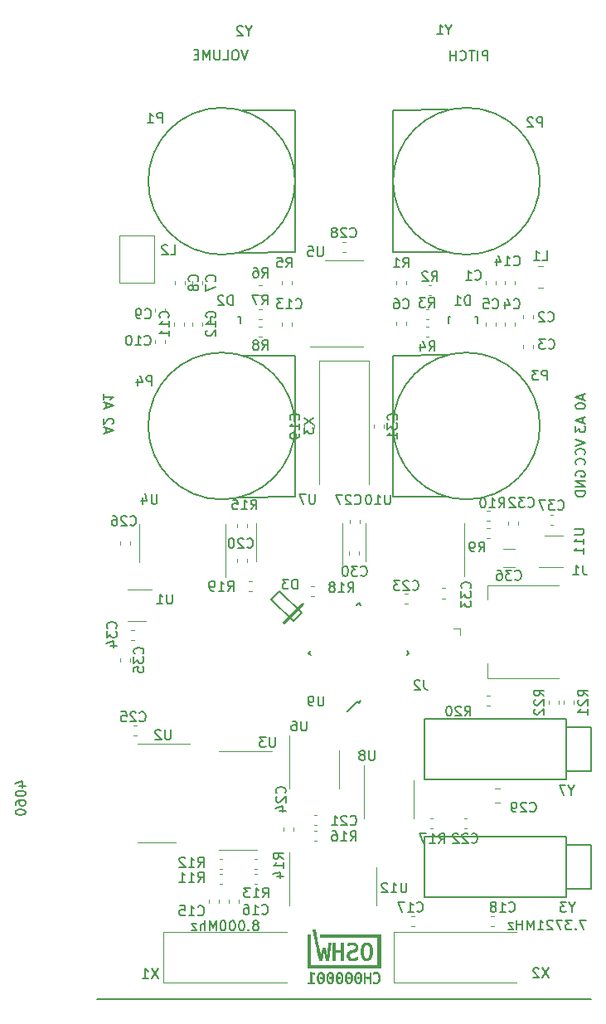
<source format=gbr>
G04 #@! TF.GenerationSoftware,KiCad,Pcbnew,5.1.5+dfsg1-2build2*
G04 #@! TF.CreationDate,2021-03-23T15:32:05+01:00*
G04 #@! TF.ProjectId,OpenThereminV4,4f70656e-5468-4657-9265-6d696e56342e,rev?*
G04 #@! TF.SameCoordinates,Original*
G04 #@! TF.FileFunction,Legend,Bot*
G04 #@! TF.FilePolarity,Positive*
%FSLAX46Y46*%
G04 Gerber Fmt 4.6, Leading zero omitted, Abs format (unit mm)*
G04 Created by KiCad (PCBNEW 5.1.5+dfsg1-2build2) date 2021-03-23 15:32:05*
%MOMM*%
%LPD*%
G04 APERTURE LIST*
%ADD10C,0.200000*%
%ADD11C,0.150000*%
%ADD12C,0.120000*%
%ADD13C,0.050000*%
%ADD14C,0.010000*%
G04 APERTURE END LIST*
D10*
X75703333Y-101400085D02*
X75703333Y-100923895D01*
X75417619Y-101495323D02*
X76417619Y-101161990D01*
X75417619Y-100828657D01*
X76322380Y-100542942D02*
X76370000Y-100495323D01*
X76417619Y-100400085D01*
X76417619Y-100161990D01*
X76370000Y-100066752D01*
X76322380Y-100019133D01*
X76227142Y-99971514D01*
X76131904Y-99971514D01*
X75989047Y-100019133D01*
X75417619Y-100590561D01*
X75417619Y-99971514D01*
X75703333Y-98910885D02*
X75703333Y-98434695D01*
X75417619Y-99006123D02*
X76417619Y-98672790D01*
X75417619Y-98339457D01*
X75417619Y-97482314D02*
X75417619Y-98053742D01*
X75417619Y-97768028D02*
X76417619Y-97768028D01*
X76274761Y-97863266D01*
X76179523Y-97958504D01*
X76131904Y-98053742D01*
X124347466Y-97583914D02*
X124347466Y-98060104D01*
X124633180Y-97488676D02*
X123633180Y-97822009D01*
X124633180Y-98155342D01*
X123633180Y-98679152D02*
X123633180Y-98774390D01*
X123680800Y-98869628D01*
X123728419Y-98917247D01*
X123823657Y-98964866D01*
X124014133Y-99012485D01*
X124252228Y-99012485D01*
X124442704Y-98964866D01*
X124537942Y-98917247D01*
X124585561Y-98869628D01*
X124633180Y-98774390D01*
X124633180Y-98679152D01*
X124585561Y-98583914D01*
X124537942Y-98536295D01*
X124442704Y-98488676D01*
X124252228Y-98441057D01*
X124014133Y-98441057D01*
X123823657Y-98488676D01*
X123728419Y-98536295D01*
X123680800Y-98583914D01*
X123633180Y-98679152D01*
X124347466Y-99946114D02*
X124347466Y-100422304D01*
X124633180Y-99850876D02*
X123633180Y-100184209D01*
X124633180Y-100517542D01*
X123633180Y-100755638D02*
X123633180Y-101374685D01*
X124014133Y-101041352D01*
X124014133Y-101184209D01*
X124061752Y-101279447D01*
X124109371Y-101327066D01*
X124204609Y-101374685D01*
X124442704Y-101374685D01*
X124537942Y-101327066D01*
X124585561Y-101279447D01*
X124633180Y-101184209D01*
X124633180Y-100898495D01*
X124585561Y-100803257D01*
X124537942Y-100755638D01*
X123633180Y-102121066D02*
X124633180Y-102454400D01*
X123633180Y-102787733D01*
X124537942Y-103692495D02*
X124585561Y-103644876D01*
X124633180Y-103502019D01*
X124633180Y-103406780D01*
X124585561Y-103263923D01*
X124490323Y-103168685D01*
X124395085Y-103121066D01*
X124204609Y-103073447D01*
X124061752Y-103073447D01*
X123871276Y-103121066D01*
X123776038Y-103168685D01*
X123680800Y-103263923D01*
X123633180Y-103406780D01*
X123633180Y-103502019D01*
X123680800Y-103644876D01*
X123728419Y-103692495D01*
X124537942Y-104692495D02*
X124585561Y-104644876D01*
X124633180Y-104502019D01*
X124633180Y-104406780D01*
X124585561Y-104263923D01*
X124490323Y-104168685D01*
X124395085Y-104121066D01*
X124204609Y-104073447D01*
X124061752Y-104073447D01*
X123871276Y-104121066D01*
X123776038Y-104168685D01*
X123680800Y-104263923D01*
X123633180Y-104406780D01*
X123633180Y-104502019D01*
X123680800Y-104644876D01*
X123728419Y-104692495D01*
X114668261Y-63431880D02*
X114668261Y-62431880D01*
X114287309Y-62431880D01*
X114192071Y-62479500D01*
X114144452Y-62527119D01*
X114096833Y-62622357D01*
X114096833Y-62765214D01*
X114144452Y-62860452D01*
X114192071Y-62908071D01*
X114287309Y-62955690D01*
X114668261Y-62955690D01*
X113668261Y-63431880D02*
X113668261Y-62431880D01*
X113334928Y-62431880D02*
X112763500Y-62431880D01*
X113049214Y-63431880D02*
X113049214Y-62431880D01*
X111858738Y-63336642D02*
X111906357Y-63384261D01*
X112049214Y-63431880D01*
X112144452Y-63431880D01*
X112287309Y-63384261D01*
X112382547Y-63289023D01*
X112430166Y-63193785D01*
X112477785Y-63003309D01*
X112477785Y-62860452D01*
X112430166Y-62669976D01*
X112382547Y-62574738D01*
X112287309Y-62479500D01*
X112144452Y-62431880D01*
X112049214Y-62431880D01*
X111906357Y-62479500D01*
X111858738Y-62527119D01*
X111430166Y-63431880D02*
X111430166Y-62431880D01*
X111430166Y-62908071D02*
X110858738Y-62908071D01*
X110858738Y-63431880D02*
X110858738Y-62431880D01*
X90173023Y-62368380D02*
X89839690Y-63368380D01*
X89506357Y-62368380D01*
X88982547Y-62368380D02*
X88792071Y-62368380D01*
X88696833Y-62416000D01*
X88601595Y-62511238D01*
X88553976Y-62701714D01*
X88553976Y-63035047D01*
X88601595Y-63225523D01*
X88696833Y-63320761D01*
X88792071Y-63368380D01*
X88982547Y-63368380D01*
X89077785Y-63320761D01*
X89173023Y-63225523D01*
X89220642Y-63035047D01*
X89220642Y-62701714D01*
X89173023Y-62511238D01*
X89077785Y-62416000D01*
X88982547Y-62368380D01*
X87649214Y-63368380D02*
X88125404Y-63368380D01*
X88125404Y-62368380D01*
X87315880Y-62368380D02*
X87315880Y-63177904D01*
X87268261Y-63273142D01*
X87220642Y-63320761D01*
X87125404Y-63368380D01*
X86934928Y-63368380D01*
X86839690Y-63320761D01*
X86792071Y-63273142D01*
X86744452Y-63177904D01*
X86744452Y-62368380D01*
X86268261Y-63368380D02*
X86268261Y-62368380D01*
X85934928Y-63082666D01*
X85601595Y-62368380D01*
X85601595Y-63368380D01*
X85125404Y-62844571D02*
X84792071Y-62844571D01*
X84649214Y-63368380D02*
X85125404Y-63368380D01*
X85125404Y-62368380D01*
X84649214Y-62368380D01*
D11*
X74750000Y-159250000D02*
X125250000Y-159250000D01*
X66791114Y-137522304D02*
X67457780Y-137522304D01*
X66410161Y-137284209D02*
X67124447Y-137046114D01*
X67124447Y-137665161D01*
X66457780Y-138236590D02*
X66457780Y-138331828D01*
X66505400Y-138427066D01*
X66553019Y-138474685D01*
X66648257Y-138522304D01*
X66838733Y-138569923D01*
X67076828Y-138569923D01*
X67267304Y-138522304D01*
X67362542Y-138474685D01*
X67410161Y-138427066D01*
X67457780Y-138331828D01*
X67457780Y-138236590D01*
X67410161Y-138141352D01*
X67362542Y-138093733D01*
X67267304Y-138046114D01*
X67076828Y-137998495D01*
X66838733Y-137998495D01*
X66648257Y-138046114D01*
X66553019Y-138093733D01*
X66505400Y-138141352D01*
X66457780Y-138236590D01*
X66457780Y-139427066D02*
X66457780Y-139236590D01*
X66505400Y-139141352D01*
X66553019Y-139093733D01*
X66695876Y-138998495D01*
X66886352Y-138950876D01*
X67267304Y-138950876D01*
X67362542Y-138998495D01*
X67410161Y-139046114D01*
X67457780Y-139141352D01*
X67457780Y-139331828D01*
X67410161Y-139427066D01*
X67362542Y-139474685D01*
X67267304Y-139522304D01*
X67029209Y-139522304D01*
X66933971Y-139474685D01*
X66886352Y-139427066D01*
X66838733Y-139331828D01*
X66838733Y-139141352D01*
X66886352Y-139046114D01*
X66933971Y-138998495D01*
X67029209Y-138950876D01*
X66457780Y-140141352D02*
X66457780Y-140236590D01*
X66505400Y-140331828D01*
X66553019Y-140379447D01*
X66648257Y-140427066D01*
X66838733Y-140474685D01*
X67076828Y-140474685D01*
X67267304Y-140427066D01*
X67362542Y-140379447D01*
X67410161Y-140331828D01*
X67457780Y-140236590D01*
X67457780Y-140141352D01*
X67410161Y-140046114D01*
X67362542Y-139998495D01*
X67267304Y-139950876D01*
X67076828Y-139903257D01*
X66838733Y-139903257D01*
X66648257Y-139950876D01*
X66553019Y-139998495D01*
X66505400Y-140046114D01*
X66457780Y-140141352D01*
X124677190Y-151192180D02*
X124010523Y-151192180D01*
X124439095Y-152192180D01*
X123629571Y-152096942D02*
X123581952Y-152144561D01*
X123629571Y-152192180D01*
X123677190Y-152144561D01*
X123629571Y-152096942D01*
X123629571Y-152192180D01*
X123248619Y-151192180D02*
X122629571Y-151192180D01*
X122962904Y-151573133D01*
X122820047Y-151573133D01*
X122724809Y-151620752D01*
X122677190Y-151668371D01*
X122629571Y-151763609D01*
X122629571Y-152001704D01*
X122677190Y-152096942D01*
X122724809Y-152144561D01*
X122820047Y-152192180D01*
X123105761Y-152192180D01*
X123201000Y-152144561D01*
X123248619Y-152096942D01*
X122296238Y-151192180D02*
X121629571Y-151192180D01*
X122058142Y-152192180D01*
X121296238Y-151287419D02*
X121248619Y-151239800D01*
X121153380Y-151192180D01*
X120915285Y-151192180D01*
X120820047Y-151239800D01*
X120772428Y-151287419D01*
X120724809Y-151382657D01*
X120724809Y-151477895D01*
X120772428Y-151620752D01*
X121343857Y-152192180D01*
X120724809Y-152192180D01*
X119772428Y-152192180D02*
X120343857Y-152192180D01*
X120058142Y-152192180D02*
X120058142Y-151192180D01*
X120153380Y-151335038D01*
X120248619Y-151430276D01*
X120343857Y-151477895D01*
X119343857Y-152192180D02*
X119343857Y-151192180D01*
X119010523Y-151906466D01*
X118677190Y-151192180D01*
X118677190Y-152192180D01*
X118201000Y-152192180D02*
X118201000Y-151192180D01*
X118201000Y-151668371D02*
X117629571Y-151668371D01*
X117629571Y-152192180D02*
X117629571Y-151192180D01*
X117248619Y-151525514D02*
X116724809Y-151525514D01*
X117248619Y-152192180D01*
X116724809Y-152192180D01*
X91061976Y-151696952D02*
X91157214Y-151649333D01*
X91204833Y-151601714D01*
X91252452Y-151506476D01*
X91252452Y-151458857D01*
X91204833Y-151363619D01*
X91157214Y-151316000D01*
X91061976Y-151268380D01*
X90871500Y-151268380D01*
X90776261Y-151316000D01*
X90728642Y-151363619D01*
X90681023Y-151458857D01*
X90681023Y-151506476D01*
X90728642Y-151601714D01*
X90776261Y-151649333D01*
X90871500Y-151696952D01*
X91061976Y-151696952D01*
X91157214Y-151744571D01*
X91204833Y-151792190D01*
X91252452Y-151887428D01*
X91252452Y-152077904D01*
X91204833Y-152173142D01*
X91157214Y-152220761D01*
X91061976Y-152268380D01*
X90871500Y-152268380D01*
X90776261Y-152220761D01*
X90728642Y-152173142D01*
X90681023Y-152077904D01*
X90681023Y-151887428D01*
X90728642Y-151792190D01*
X90776261Y-151744571D01*
X90871500Y-151696952D01*
X90252452Y-152173142D02*
X90204833Y-152220761D01*
X90252452Y-152268380D01*
X90300071Y-152220761D01*
X90252452Y-152173142D01*
X90252452Y-152268380D01*
X89585785Y-151268380D02*
X89490547Y-151268380D01*
X89395309Y-151316000D01*
X89347690Y-151363619D01*
X89300071Y-151458857D01*
X89252452Y-151649333D01*
X89252452Y-151887428D01*
X89300071Y-152077904D01*
X89347690Y-152173142D01*
X89395309Y-152220761D01*
X89490547Y-152268380D01*
X89585785Y-152268380D01*
X89681023Y-152220761D01*
X89728642Y-152173142D01*
X89776261Y-152077904D01*
X89823880Y-151887428D01*
X89823880Y-151649333D01*
X89776261Y-151458857D01*
X89728642Y-151363619D01*
X89681023Y-151316000D01*
X89585785Y-151268380D01*
X88633404Y-151268380D02*
X88538166Y-151268380D01*
X88442928Y-151316000D01*
X88395309Y-151363619D01*
X88347690Y-151458857D01*
X88300071Y-151649333D01*
X88300071Y-151887428D01*
X88347690Y-152077904D01*
X88395309Y-152173142D01*
X88442928Y-152220761D01*
X88538166Y-152268380D01*
X88633404Y-152268380D01*
X88728642Y-152220761D01*
X88776261Y-152173142D01*
X88823880Y-152077904D01*
X88871500Y-151887428D01*
X88871500Y-151649333D01*
X88823880Y-151458857D01*
X88776261Y-151363619D01*
X88728642Y-151316000D01*
X88633404Y-151268380D01*
X87681023Y-151268380D02*
X87585785Y-151268380D01*
X87490547Y-151316000D01*
X87442928Y-151363619D01*
X87395309Y-151458857D01*
X87347690Y-151649333D01*
X87347690Y-151887428D01*
X87395309Y-152077904D01*
X87442928Y-152173142D01*
X87490547Y-152220761D01*
X87585785Y-152268380D01*
X87681023Y-152268380D01*
X87776261Y-152220761D01*
X87823880Y-152173142D01*
X87871500Y-152077904D01*
X87919119Y-151887428D01*
X87919119Y-151649333D01*
X87871500Y-151458857D01*
X87823880Y-151363619D01*
X87776261Y-151316000D01*
X87681023Y-151268380D01*
X86919119Y-152268380D02*
X86919119Y-151268380D01*
X86585785Y-151982666D01*
X86252452Y-151268380D01*
X86252452Y-152268380D01*
X85776261Y-152268380D02*
X85776261Y-151268380D01*
X85347690Y-152268380D02*
X85347690Y-151744571D01*
X85395309Y-151649333D01*
X85490547Y-151601714D01*
X85633404Y-151601714D01*
X85728642Y-151649333D01*
X85776261Y-151696952D01*
X84966738Y-151601714D02*
X84442928Y-151601714D01*
X84966738Y-152268380D01*
X84442928Y-152268380D01*
D10*
X123680800Y-105892895D02*
X123633180Y-105797657D01*
X123633180Y-105654800D01*
X123680800Y-105511942D01*
X123776038Y-105416704D01*
X123871276Y-105369085D01*
X124061752Y-105321466D01*
X124204609Y-105321466D01*
X124395085Y-105369085D01*
X124490323Y-105416704D01*
X124585561Y-105511942D01*
X124633180Y-105654800D01*
X124633180Y-105750038D01*
X124585561Y-105892895D01*
X124537942Y-105940514D01*
X124204609Y-105940514D01*
X124204609Y-105750038D01*
X124633180Y-106369085D02*
X123633180Y-106369085D01*
X124633180Y-106940514D01*
X123633180Y-106940514D01*
X124633180Y-107416704D02*
X123633180Y-107416704D01*
X123633180Y-107654800D01*
X123680800Y-107797657D01*
X123776038Y-107892895D01*
X123871276Y-107940514D01*
X124061752Y-107988133D01*
X124204609Y-107988133D01*
X124395085Y-107940514D01*
X124490323Y-107892895D01*
X124585561Y-107797657D01*
X124633180Y-107654800D01*
X124633180Y-107416704D01*
D11*
X120000000Y-75750000D02*
G75*
G03X120000000Y-75750000I-7500000J0D01*
G01*
X105000000Y-82950000D02*
X110400000Y-82950000D01*
X105000000Y-82950000D02*
X105000000Y-68550000D01*
X105000000Y-68550000D02*
X110700000Y-68450000D01*
X95000000Y-75750000D02*
G75*
G03X95000000Y-75750000I-7500000J0D01*
G01*
X95000000Y-68550000D02*
X89600000Y-68550000D01*
X95000000Y-68550000D02*
X95000000Y-82950000D01*
X95000000Y-82950000D02*
X89300000Y-83050000D01*
X95000000Y-100750000D02*
G75*
G03X95000000Y-100750000I-7500000J0D01*
G01*
X95000000Y-93550000D02*
X89600000Y-93550000D01*
X95000000Y-93550000D02*
X95000000Y-107950000D01*
X95000000Y-107950000D02*
X89300000Y-108050000D01*
X120000000Y-100750000D02*
G75*
G03X120000000Y-100750000I-7500000J0D01*
G01*
X105000000Y-107950000D02*
X110400000Y-107950000D01*
X105000000Y-107950000D02*
X105000000Y-93550000D01*
X105000000Y-93550000D02*
X110700000Y-93450000D01*
X101494039Y-129067277D02*
X101334940Y-128908178D01*
X106620563Y-123940753D02*
X106390753Y-123710943D01*
X101494039Y-118814229D02*
X101723849Y-119044039D01*
X96367515Y-123940753D02*
X96597325Y-124170563D01*
X101494039Y-129067277D02*
X101723849Y-128837467D01*
X96367515Y-123940753D02*
X96597325Y-123710943D01*
X101494039Y-118814229D02*
X101264229Y-119044039D01*
X106620563Y-123940753D02*
X106390753Y-124170563D01*
X101334940Y-128908178D02*
X100327313Y-129915805D01*
D12*
X83619000Y-90159721D02*
X83619000Y-90485279D01*
X82599000Y-90159721D02*
X82599000Y-90485279D01*
X117401000Y-86294279D02*
X117401000Y-85968721D01*
X116381000Y-86294279D02*
X116381000Y-85968721D01*
X108346221Y-89842000D02*
X108671779Y-89842000D01*
X108346221Y-88822000D02*
X108671779Y-88822000D01*
X115496000Y-90510779D02*
X115496000Y-90185221D01*
X114476000Y-90510779D02*
X114476000Y-90185221D01*
X117401000Y-90185221D02*
X117401000Y-90510779D01*
X116381000Y-90185221D02*
X116381000Y-90510779D01*
X118286000Y-92496721D02*
X118286000Y-92822279D01*
X119306000Y-92496721D02*
X119306000Y-92822279D01*
D11*
X110826840Y-89599760D02*
X110875100Y-89599760D01*
X113625820Y-90300800D02*
X113625820Y-89599760D01*
X113625820Y-89599760D02*
X113376900Y-89599760D01*
X110826840Y-89599760D02*
X110626180Y-89599760D01*
X110626180Y-89599760D02*
X110626180Y-90300800D01*
D12*
X120327252Y-84412000D02*
X119804748Y-84412000D01*
X120327252Y-86632000D02*
X119804748Y-86632000D01*
X114476000Y-86294279D02*
X114476000Y-85968721D01*
X115496000Y-86294279D02*
X115496000Y-85968721D01*
X118286000Y-89397721D02*
X118286000Y-89723279D01*
X119306000Y-89397721D02*
X119306000Y-89723279D01*
D13*
X80569000Y-81317000D02*
X77013000Y-81317000D01*
X77013000Y-81317000D02*
X77013000Y-86143000D01*
X77013000Y-86143000D02*
X80569000Y-86143000D01*
X80569000Y-86143000D02*
X80569000Y-81317000D01*
D11*
X86574840Y-89586000D02*
X86623100Y-89586000D01*
X89373820Y-90287040D02*
X89373820Y-89586000D01*
X89373820Y-89586000D02*
X89124900Y-89586000D01*
X86574840Y-89586000D02*
X86374180Y-89586000D01*
X86374180Y-89586000D02*
X86374180Y-90287040D01*
D14*
G36*
X103159926Y-156511758D02*
G01*
X103081440Y-156520091D01*
X103043359Y-156529167D01*
X102997895Y-156547216D01*
X102976212Y-156570011D01*
X102967900Y-156611029D01*
X102966472Y-156628702D01*
X102968000Y-156678904D01*
X102979454Y-156703960D01*
X102997825Y-156699597D01*
X103007515Y-156686947D01*
X103029549Y-156672582D01*
X103074822Y-156654172D01*
X103114709Y-156641335D01*
X103218956Y-156623092D01*
X103307927Y-156635010D01*
X103386783Y-156677978D01*
X103402491Y-156690986D01*
X103451531Y-156747529D01*
X103485725Y-156820493D01*
X103506244Y-156914643D01*
X103514264Y-157034739D01*
X103512974Y-157139462D01*
X103502031Y-157276074D01*
X103478885Y-157381989D01*
X103441596Y-157460701D01*
X103388225Y-157515705D01*
X103316831Y-157550496D01*
X103279419Y-157560256D01*
X103202173Y-157564535D01*
X103116803Y-157551367D01*
X103040511Y-157524172D01*
X103012122Y-157507107D01*
X102963036Y-157471027D01*
X102963036Y-157549947D01*
X102965342Y-157600008D01*
X102978332Y-157628063D01*
X103011111Y-157647773D01*
X103034796Y-157657579D01*
X103108190Y-157675897D01*
X103200391Y-157683585D01*
X103296055Y-157680419D01*
X103379839Y-157666173D01*
X103391243Y-157662810D01*
X103480355Y-157616250D01*
X103555239Y-157539993D01*
X103613935Y-157437869D01*
X103654479Y-157313707D01*
X103674909Y-157171337D01*
X103677020Y-157105177D01*
X103667587Y-156942628D01*
X103638577Y-156807958D01*
X103588927Y-156698520D01*
X103517573Y-156611670D01*
X103460622Y-156567113D01*
X103412332Y-156539319D01*
X103363244Y-156522875D01*
X103299937Y-156514226D01*
X103249935Y-156511318D01*
X103159926Y-156511758D01*
G37*
X103159926Y-156511758D02*
X103081440Y-156520091D01*
X103043359Y-156529167D01*
X102997895Y-156547216D01*
X102976212Y-156570011D01*
X102967900Y-156611029D01*
X102966472Y-156628702D01*
X102968000Y-156678904D01*
X102979454Y-156703960D01*
X102997825Y-156699597D01*
X103007515Y-156686947D01*
X103029549Y-156672582D01*
X103074822Y-156654172D01*
X103114709Y-156641335D01*
X103218956Y-156623092D01*
X103307927Y-156635010D01*
X103386783Y-156677978D01*
X103402491Y-156690986D01*
X103451531Y-156747529D01*
X103485725Y-156820493D01*
X103506244Y-156914643D01*
X103514264Y-157034739D01*
X103512974Y-157139462D01*
X103502031Y-157276074D01*
X103478885Y-157381989D01*
X103441596Y-157460701D01*
X103388225Y-157515705D01*
X103316831Y-157550496D01*
X103279419Y-157560256D01*
X103202173Y-157564535D01*
X103116803Y-157551367D01*
X103040511Y-157524172D01*
X103012122Y-157507107D01*
X102963036Y-157471027D01*
X102963036Y-157549947D01*
X102965342Y-157600008D01*
X102978332Y-157628063D01*
X103011111Y-157647773D01*
X103034796Y-157657579D01*
X103108190Y-157675897D01*
X103200391Y-157683585D01*
X103296055Y-157680419D01*
X103379839Y-157666173D01*
X103391243Y-157662810D01*
X103480355Y-157616250D01*
X103555239Y-157539993D01*
X103613935Y-157437869D01*
X103654479Y-157313707D01*
X103674909Y-157171337D01*
X103677020Y-157105177D01*
X103667587Y-156942628D01*
X103638577Y-156807958D01*
X103588927Y-156698520D01*
X103517573Y-156611670D01*
X103460622Y-156567113D01*
X103412332Y-156539319D01*
X103363244Y-156522875D01*
X103299937Y-156514226D01*
X103249935Y-156511318D01*
X103159926Y-156511758D01*
G36*
X101334656Y-156519101D02*
G01*
X101283011Y-156526680D01*
X101243434Y-156542426D01*
X101217743Y-156558870D01*
X101154284Y-156624275D01*
X101103175Y-156718124D01*
X101065781Y-156834894D01*
X101043467Y-156969062D01*
X101037598Y-157115106D01*
X101047140Y-157249229D01*
X101075779Y-157397297D01*
X101121385Y-157514234D01*
X101184374Y-157600541D01*
X101265162Y-157656719D01*
X101364166Y-157683267D01*
X101410120Y-157685704D01*
X101504996Y-157675423D01*
X101579288Y-157645494D01*
X101645395Y-157588778D01*
X101698570Y-157504881D01*
X101738673Y-157399951D01*
X101765562Y-157280138D01*
X101779095Y-157151589D01*
X101779130Y-157020454D01*
X101776907Y-156999606D01*
X101622091Y-156999606D01*
X101621333Y-157140186D01*
X101620708Y-157158957D01*
X101616052Y-157258271D01*
X101609440Y-157330312D01*
X101599515Y-157383499D01*
X101584923Y-157426254D01*
X101573954Y-157449265D01*
X101522396Y-157521108D01*
X101461239Y-157562163D01*
X101395493Y-157571473D01*
X101330167Y-157548077D01*
X101281607Y-157505206D01*
X101246077Y-157450613D01*
X101220842Y-157379407D01*
X101204858Y-157286434D01*
X101197083Y-157166540D01*
X101195924Y-157081765D01*
X101200866Y-156940055D01*
X101216365Y-156828839D01*
X101243431Y-156744217D01*
X101283073Y-156682283D01*
X101304685Y-156661278D01*
X101370742Y-156621935D01*
X101434337Y-156618014D01*
X101496893Y-156649620D01*
X101527212Y-156677697D01*
X101567604Y-156732328D01*
X101596219Y-156800785D01*
X101614051Y-156888174D01*
X101622091Y-156999606D01*
X101776907Y-156999606D01*
X101765527Y-156892881D01*
X101738142Y-156775018D01*
X101696835Y-156673014D01*
X101641464Y-156593019D01*
X101604294Y-156560150D01*
X101565794Y-156536900D01*
X101524190Y-156523757D01*
X101467575Y-156518083D01*
X101410120Y-156517142D01*
X101334656Y-156519101D01*
G37*
X101334656Y-156519101D02*
X101283011Y-156526680D01*
X101243434Y-156542426D01*
X101217743Y-156558870D01*
X101154284Y-156624275D01*
X101103175Y-156718124D01*
X101065781Y-156834894D01*
X101043467Y-156969062D01*
X101037598Y-157115106D01*
X101047140Y-157249229D01*
X101075779Y-157397297D01*
X101121385Y-157514234D01*
X101184374Y-157600541D01*
X101265162Y-157656719D01*
X101364166Y-157683267D01*
X101410120Y-157685704D01*
X101504996Y-157675423D01*
X101579288Y-157645494D01*
X101645395Y-157588778D01*
X101698570Y-157504881D01*
X101738673Y-157399951D01*
X101765562Y-157280138D01*
X101779095Y-157151589D01*
X101779130Y-157020454D01*
X101776907Y-156999606D01*
X101622091Y-156999606D01*
X101621333Y-157140186D01*
X101620708Y-157158957D01*
X101616052Y-157258271D01*
X101609440Y-157330312D01*
X101599515Y-157383499D01*
X101584923Y-157426254D01*
X101573954Y-157449265D01*
X101522396Y-157521108D01*
X101461239Y-157562163D01*
X101395493Y-157571473D01*
X101330167Y-157548077D01*
X101281607Y-157505206D01*
X101246077Y-157450613D01*
X101220842Y-157379407D01*
X101204858Y-157286434D01*
X101197083Y-157166540D01*
X101195924Y-157081765D01*
X101200866Y-156940055D01*
X101216365Y-156828839D01*
X101243431Y-156744217D01*
X101283073Y-156682283D01*
X101304685Y-156661278D01*
X101370742Y-156621935D01*
X101434337Y-156618014D01*
X101496893Y-156649620D01*
X101527212Y-156677697D01*
X101567604Y-156732328D01*
X101596219Y-156800785D01*
X101614051Y-156888174D01*
X101622091Y-156999606D01*
X101776907Y-156999606D01*
X101765527Y-156892881D01*
X101738142Y-156775018D01*
X101696835Y-156673014D01*
X101641464Y-156593019D01*
X101604294Y-156560150D01*
X101565794Y-156536900D01*
X101524190Y-156523757D01*
X101467575Y-156518083D01*
X101410120Y-156517142D01*
X101334656Y-156519101D01*
G36*
X100366402Y-156517313D02*
G01*
X100296453Y-156541439D01*
X100284196Y-156548803D01*
X100219155Y-156601933D01*
X100170036Y-156665529D01*
X100135130Y-156744639D01*
X100112728Y-156844311D01*
X100101118Y-156969594D01*
X100098454Y-157097254D01*
X100102585Y-157246726D01*
X100115706Y-157366481D01*
X100139495Y-157461744D01*
X100175630Y-157537741D01*
X100225786Y-157599695D01*
X100272399Y-157639192D01*
X100323737Y-157662316D01*
X100396174Y-157677310D01*
X100475784Y-157682943D01*
X100548638Y-157677983D01*
X100589028Y-157667189D01*
X100672214Y-157614459D01*
X100736591Y-157533683D01*
X100782397Y-157424202D01*
X100809869Y-157285358D01*
X100819246Y-157116490D01*
X100818212Y-157060083D01*
X100673288Y-157060083D01*
X100671238Y-157188135D01*
X100658582Y-157308636D01*
X100635301Y-157411233D01*
X100617572Y-157457093D01*
X100574891Y-157515759D01*
X100516558Y-157556228D01*
X100453550Y-157571970D01*
X100428391Y-157569649D01*
X100386951Y-157550308D01*
X100342551Y-157515070D01*
X100335557Y-157507857D01*
X100297129Y-157455013D01*
X100269885Y-157388866D01*
X100252473Y-157303512D01*
X100243542Y-157193050D01*
X100241613Y-157097254D01*
X100245659Y-156954201D01*
X100259371Y-156841732D01*
X100283603Y-156755837D01*
X100319212Y-156692504D01*
X100330975Y-156678658D01*
X100393080Y-156633697D01*
X100460836Y-156620664D01*
X100527082Y-156638163D01*
X100584659Y-156684800D01*
X100616034Y-156734173D01*
X100645664Y-156822747D01*
X100664756Y-156934835D01*
X100673288Y-157060083D01*
X100818212Y-157060083D01*
X100817711Y-157032786D01*
X100804954Y-156879179D01*
X100778440Y-156755718D01*
X100736726Y-156659039D01*
X100678368Y-156585780D01*
X100603311Y-156533295D01*
X100534940Y-156512507D01*
X100450934Y-156507425D01*
X100366402Y-156517313D01*
G37*
X100366402Y-156517313D02*
X100296453Y-156541439D01*
X100284196Y-156548803D01*
X100219155Y-156601933D01*
X100170036Y-156665529D01*
X100135130Y-156744639D01*
X100112728Y-156844311D01*
X100101118Y-156969594D01*
X100098454Y-157097254D01*
X100102585Y-157246726D01*
X100115706Y-157366481D01*
X100139495Y-157461744D01*
X100175630Y-157537741D01*
X100225786Y-157599695D01*
X100272399Y-157639192D01*
X100323737Y-157662316D01*
X100396174Y-157677310D01*
X100475784Y-157682943D01*
X100548638Y-157677983D01*
X100589028Y-157667189D01*
X100672214Y-157614459D01*
X100736591Y-157533683D01*
X100782397Y-157424202D01*
X100809869Y-157285358D01*
X100819246Y-157116490D01*
X100818212Y-157060083D01*
X100673288Y-157060083D01*
X100671238Y-157188135D01*
X100658582Y-157308636D01*
X100635301Y-157411233D01*
X100617572Y-157457093D01*
X100574891Y-157515759D01*
X100516558Y-157556228D01*
X100453550Y-157571970D01*
X100428391Y-157569649D01*
X100386951Y-157550308D01*
X100342551Y-157515070D01*
X100335557Y-157507857D01*
X100297129Y-157455013D01*
X100269885Y-157388866D01*
X100252473Y-157303512D01*
X100243542Y-157193050D01*
X100241613Y-157097254D01*
X100245659Y-156954201D01*
X100259371Y-156841732D01*
X100283603Y-156755837D01*
X100319212Y-156692504D01*
X100330975Y-156678658D01*
X100393080Y-156633697D01*
X100460836Y-156620664D01*
X100527082Y-156638163D01*
X100584659Y-156684800D01*
X100616034Y-156734173D01*
X100645664Y-156822747D01*
X100664756Y-156934835D01*
X100673288Y-157060083D01*
X100818212Y-157060083D01*
X100817711Y-157032786D01*
X100804954Y-156879179D01*
X100778440Y-156755718D01*
X100736726Y-156659039D01*
X100678368Y-156585780D01*
X100603311Y-156533295D01*
X100534940Y-156512507D01*
X100450934Y-156507425D01*
X100366402Y-156517313D01*
G36*
X99393778Y-156523052D02*
G01*
X99322230Y-156549766D01*
X99308670Y-156558344D01*
X99247883Y-156621458D01*
X99198262Y-156713036D01*
X99161230Y-156827197D01*
X99138207Y-156958061D01*
X99130616Y-157099748D01*
X99139879Y-157246378D01*
X99140716Y-157253004D01*
X99169470Y-157400195D01*
X99214081Y-157515926D01*
X99275279Y-157601069D01*
X99353793Y-157656501D01*
X99450352Y-157683096D01*
X99501779Y-157685885D01*
X99569642Y-157680112D01*
X99632935Y-157665904D01*
X99657135Y-157656522D01*
X99715508Y-157618398D01*
X99762828Y-157563796D01*
X99805065Y-157484946D01*
X99824046Y-157439378D01*
X99840808Y-157391829D01*
X99852156Y-157344368D01*
X99859084Y-157288409D01*
X99862587Y-157215366D01*
X99863658Y-157116652D01*
X99863670Y-157097254D01*
X99714406Y-157097254D01*
X99709330Y-157246878D01*
X99693784Y-157364391D01*
X99667290Y-157451955D01*
X99629370Y-157511731D01*
X99621018Y-157519958D01*
X99561079Y-157563551D01*
X99505404Y-157576202D01*
X99443690Y-157559564D01*
X99426362Y-157551152D01*
X99376924Y-157513659D01*
X99339763Y-157456506D01*
X99313580Y-157375796D01*
X99297079Y-157267633D01*
X99289293Y-157139203D01*
X99287472Y-157028434D01*
X99290476Y-156943737D01*
X99298980Y-156875727D01*
X99312269Y-156819734D01*
X99350622Y-156725117D01*
X99400625Y-156659023D01*
X99459164Y-156623135D01*
X99523125Y-156619135D01*
X99589394Y-156648705D01*
X99605645Y-156661278D01*
X99649134Y-156710904D01*
X99680635Y-156778825D01*
X99701245Y-156869438D01*
X99712061Y-156987139D01*
X99714406Y-157097254D01*
X99863670Y-157097254D01*
X99862331Y-156984326D01*
X99857893Y-156899267D01*
X99849608Y-156834323D01*
X99836727Y-156781741D01*
X99831790Y-156767036D01*
X99781187Y-156658852D01*
X99717494Y-156578803D01*
X99645759Y-156531261D01*
X99569765Y-156512657D01*
X99481031Y-156510301D01*
X99393778Y-156523052D01*
G37*
X99393778Y-156523052D02*
X99322230Y-156549766D01*
X99308670Y-156558344D01*
X99247883Y-156621458D01*
X99198262Y-156713036D01*
X99161230Y-156827197D01*
X99138207Y-156958061D01*
X99130616Y-157099748D01*
X99139879Y-157246378D01*
X99140716Y-157253004D01*
X99169470Y-157400195D01*
X99214081Y-157515926D01*
X99275279Y-157601069D01*
X99353793Y-157656501D01*
X99450352Y-157683096D01*
X99501779Y-157685885D01*
X99569642Y-157680112D01*
X99632935Y-157665904D01*
X99657135Y-157656522D01*
X99715508Y-157618398D01*
X99762828Y-157563796D01*
X99805065Y-157484946D01*
X99824046Y-157439378D01*
X99840808Y-157391829D01*
X99852156Y-157344368D01*
X99859084Y-157288409D01*
X99862587Y-157215366D01*
X99863658Y-157116652D01*
X99863670Y-157097254D01*
X99714406Y-157097254D01*
X99709330Y-157246878D01*
X99693784Y-157364391D01*
X99667290Y-157451955D01*
X99629370Y-157511731D01*
X99621018Y-157519958D01*
X99561079Y-157563551D01*
X99505404Y-157576202D01*
X99443690Y-157559564D01*
X99426362Y-157551152D01*
X99376924Y-157513659D01*
X99339763Y-157456506D01*
X99313580Y-157375796D01*
X99297079Y-157267633D01*
X99289293Y-157139203D01*
X99287472Y-157028434D01*
X99290476Y-156943737D01*
X99298980Y-156875727D01*
X99312269Y-156819734D01*
X99350622Y-156725117D01*
X99400625Y-156659023D01*
X99459164Y-156623135D01*
X99523125Y-156619135D01*
X99589394Y-156648705D01*
X99605645Y-156661278D01*
X99649134Y-156710904D01*
X99680635Y-156778825D01*
X99701245Y-156869438D01*
X99712061Y-156987139D01*
X99714406Y-157097254D01*
X99863670Y-157097254D01*
X99862331Y-156984326D01*
X99857893Y-156899267D01*
X99849608Y-156834323D01*
X99836727Y-156781741D01*
X99831790Y-156767036D01*
X99781187Y-156658852D01*
X99717494Y-156578803D01*
X99645759Y-156531261D01*
X99569765Y-156512657D01*
X99481031Y-156510301D01*
X99393778Y-156523052D01*
G36*
X98442172Y-156520823D02*
G01*
X98356059Y-156560049D01*
X98287672Y-156628149D01*
X98234188Y-156727308D01*
X98221120Y-156762020D01*
X98205001Y-156831132D01*
X98194070Y-156924693D01*
X98188325Y-157033103D01*
X98187762Y-157146760D01*
X98192382Y-157256063D01*
X98202181Y-157351413D01*
X98217157Y-157423209D01*
X98221254Y-157435171D01*
X98269401Y-157532479D01*
X98329651Y-157609061D01*
X98396284Y-157657843D01*
X98404239Y-157661411D01*
X98481212Y-157681371D01*
X98568301Y-157685579D01*
X98650721Y-157674490D01*
X98708298Y-157652045D01*
X98782432Y-157591852D01*
X98838695Y-157511021D01*
X98878163Y-157406556D01*
X98901908Y-157275465D01*
X98909203Y-157146591D01*
X98764913Y-157146591D01*
X98755678Y-157268877D01*
X98736178Y-157376375D01*
X98707647Y-157460588D01*
X98695004Y-157484215D01*
X98641702Y-157542364D01*
X98577446Y-157568910D01*
X98508967Y-157563265D01*
X98442997Y-157524835D01*
X98425648Y-157507857D01*
X98387870Y-157455865D01*
X98361125Y-157390698D01*
X98344097Y-157306471D01*
X98335468Y-157197300D01*
X98333715Y-157097254D01*
X98336853Y-156967329D01*
X98347319Y-156866334D01*
X98366692Y-156787968D01*
X98396552Y-156725927D01*
X98438479Y-156673910D01*
X98440232Y-156672145D01*
X98481673Y-156634751D01*
X98515301Y-156619182D01*
X98555851Y-156619587D01*
X98568042Y-156621378D01*
X98630623Y-156641621D01*
X98679285Y-156682256D01*
X98715663Y-156746616D01*
X98741393Y-156838034D01*
X98758110Y-156959843D01*
X98762651Y-157018013D01*
X98764913Y-157146591D01*
X98909203Y-157146591D01*
X98911006Y-157114754D01*
X98911174Y-157086459D01*
X98902812Y-156916166D01*
X98877385Y-156776684D01*
X98834380Y-156667196D01*
X98773285Y-156586885D01*
X98693587Y-156534933D01*
X98594774Y-156510521D01*
X98548833Y-156508283D01*
X98442172Y-156520823D01*
G37*
X98442172Y-156520823D02*
X98356059Y-156560049D01*
X98287672Y-156628149D01*
X98234188Y-156727308D01*
X98221120Y-156762020D01*
X98205001Y-156831132D01*
X98194070Y-156924693D01*
X98188325Y-157033103D01*
X98187762Y-157146760D01*
X98192382Y-157256063D01*
X98202181Y-157351413D01*
X98217157Y-157423209D01*
X98221254Y-157435171D01*
X98269401Y-157532479D01*
X98329651Y-157609061D01*
X98396284Y-157657843D01*
X98404239Y-157661411D01*
X98481212Y-157681371D01*
X98568301Y-157685579D01*
X98650721Y-157674490D01*
X98708298Y-157652045D01*
X98782432Y-157591852D01*
X98838695Y-157511021D01*
X98878163Y-157406556D01*
X98901908Y-157275465D01*
X98909203Y-157146591D01*
X98764913Y-157146591D01*
X98755678Y-157268877D01*
X98736178Y-157376375D01*
X98707647Y-157460588D01*
X98695004Y-157484215D01*
X98641702Y-157542364D01*
X98577446Y-157568910D01*
X98508967Y-157563265D01*
X98442997Y-157524835D01*
X98425648Y-157507857D01*
X98387870Y-157455865D01*
X98361125Y-157390698D01*
X98344097Y-157306471D01*
X98335468Y-157197300D01*
X98333715Y-157097254D01*
X98336853Y-156967329D01*
X98347319Y-156866334D01*
X98366692Y-156787968D01*
X98396552Y-156725927D01*
X98438479Y-156673910D01*
X98440232Y-156672145D01*
X98481673Y-156634751D01*
X98515301Y-156619182D01*
X98555851Y-156619587D01*
X98568042Y-156621378D01*
X98630623Y-156641621D01*
X98679285Y-156682256D01*
X98715663Y-156746616D01*
X98741393Y-156838034D01*
X98758110Y-156959843D01*
X98762651Y-157018013D01*
X98764913Y-157146591D01*
X98909203Y-157146591D01*
X98911006Y-157114754D01*
X98911174Y-157086459D01*
X98902812Y-156916166D01*
X98877385Y-156776684D01*
X98834380Y-156667196D01*
X98773285Y-156586885D01*
X98693587Y-156534933D01*
X98594774Y-156510521D01*
X98548833Y-156508283D01*
X98442172Y-156520823D01*
G36*
X97507562Y-156517938D02*
G01*
X97431008Y-156540485D01*
X97399122Y-156558088D01*
X97340463Y-156619383D01*
X97291970Y-156709045D01*
X97255191Y-156820796D01*
X97231676Y-156948358D01*
X97222975Y-157085454D01*
X97230636Y-157225806D01*
X97231852Y-157235806D01*
X97257241Y-157378172D01*
X97294593Y-157490124D01*
X97345899Y-157575526D01*
X97413153Y-157638243D01*
X97451081Y-157661110D01*
X97516206Y-157680627D01*
X97598164Y-157685632D01*
X97681360Y-157676537D01*
X97750196Y-157653751D01*
X97751227Y-157653208D01*
X97827462Y-157592748D01*
X97887744Y-157502094D01*
X97931259Y-157383381D01*
X97957196Y-157238743D01*
X97964553Y-157097254D01*
X97808068Y-157097254D01*
X97801267Y-157253843D01*
X97780623Y-157378416D01*
X97745770Y-157472015D01*
X97696345Y-157535680D01*
X97643851Y-157566588D01*
X97612157Y-157575745D01*
X97583433Y-157573974D01*
X97542138Y-157559476D01*
X97526518Y-157553022D01*
X97477989Y-157522821D01*
X97440472Y-157472864D01*
X97424725Y-157441462D01*
X97408691Y-157402444D01*
X97397662Y-157362389D01*
X97390725Y-157313536D01*
X97386967Y-157248127D01*
X97385476Y-157158401D01*
X97385300Y-157106179D01*
X97388882Y-156957840D01*
X97400852Y-156841176D01*
X97422511Y-156752875D01*
X97455162Y-156689622D01*
X97500107Y-156648105D01*
X97558648Y-156625009D01*
X97575689Y-156621705D01*
X97624771Y-156620455D01*
X97667529Y-156639390D01*
X97693876Y-156659712D01*
X97741392Y-156715526D01*
X97775493Y-156793534D01*
X97797092Y-156897232D01*
X97807100Y-157030114D01*
X97808068Y-157097254D01*
X97964553Y-157097254D01*
X97964834Y-157091853D01*
X97955728Y-156937207D01*
X97928677Y-156800566D01*
X97885171Y-156685770D01*
X97826696Y-156596660D01*
X97754742Y-156537074D01*
X97748588Y-156533770D01*
X97680728Y-156513580D01*
X97595594Y-156508636D01*
X97507562Y-156517938D01*
G37*
X97507562Y-156517938D02*
X97431008Y-156540485D01*
X97399122Y-156558088D01*
X97340463Y-156619383D01*
X97291970Y-156709045D01*
X97255191Y-156820796D01*
X97231676Y-156948358D01*
X97222975Y-157085454D01*
X97230636Y-157225806D01*
X97231852Y-157235806D01*
X97257241Y-157378172D01*
X97294593Y-157490124D01*
X97345899Y-157575526D01*
X97413153Y-157638243D01*
X97451081Y-157661110D01*
X97516206Y-157680627D01*
X97598164Y-157685632D01*
X97681360Y-157676537D01*
X97750196Y-157653751D01*
X97751227Y-157653208D01*
X97827462Y-157592748D01*
X97887744Y-157502094D01*
X97931259Y-157383381D01*
X97957196Y-157238743D01*
X97964553Y-157097254D01*
X97808068Y-157097254D01*
X97801267Y-157253843D01*
X97780623Y-157378416D01*
X97745770Y-157472015D01*
X97696345Y-157535680D01*
X97643851Y-157566588D01*
X97612157Y-157575745D01*
X97583433Y-157573974D01*
X97542138Y-157559476D01*
X97526518Y-157553022D01*
X97477989Y-157522821D01*
X97440472Y-157472864D01*
X97424725Y-157441462D01*
X97408691Y-157402444D01*
X97397662Y-157362389D01*
X97390725Y-157313536D01*
X97386967Y-157248127D01*
X97385476Y-157158401D01*
X97385300Y-157106179D01*
X97388882Y-156957840D01*
X97400852Y-156841176D01*
X97422511Y-156752875D01*
X97455162Y-156689622D01*
X97500107Y-156648105D01*
X97558648Y-156625009D01*
X97575689Y-156621705D01*
X97624771Y-156620455D01*
X97667529Y-156639390D01*
X97693876Y-156659712D01*
X97741392Y-156715526D01*
X97775493Y-156793534D01*
X97797092Y-156897232D01*
X97807100Y-157030114D01*
X97808068Y-157097254D01*
X97964553Y-157097254D01*
X97964834Y-157091853D01*
X97955728Y-156937207D01*
X97928677Y-156800566D01*
X97885171Y-156685770D01*
X97826696Y-156596660D01*
X97754742Y-156537074D01*
X97748588Y-156533770D01*
X97680728Y-156513580D01*
X97595594Y-156508636D01*
X97507562Y-156517938D01*
G36*
X102588194Y-156990156D02*
G01*
X102141954Y-156990156D01*
X102141954Y-156526066D01*
X101999157Y-156526066D01*
X101999157Y-157668442D01*
X102141954Y-157668442D01*
X102141954Y-157114005D01*
X102360611Y-157119017D01*
X102579269Y-157124028D01*
X102584197Y-157396235D01*
X102589124Y-157668442D01*
X102730991Y-157668442D01*
X102730991Y-156526066D01*
X102588194Y-156526066D01*
X102588194Y-156990156D01*
G37*
X102588194Y-156990156D02*
X102141954Y-156990156D01*
X102141954Y-156526066D01*
X101999157Y-156526066D01*
X101999157Y-157668442D01*
X102141954Y-157668442D01*
X102141954Y-157114005D01*
X102360611Y-157119017D01*
X102579269Y-157124028D01*
X102584197Y-157396235D01*
X102589124Y-157668442D01*
X102730991Y-157668442D01*
X102730991Y-156526066D01*
X102588194Y-156526066D01*
X102588194Y-156990156D01*
G36*
X96519325Y-157543494D02*
G01*
X96269431Y-157543494D01*
X96269431Y-157668442D01*
X96912017Y-157668442D01*
X96912017Y-157543494D01*
X96662122Y-157543494D01*
X96662122Y-156654234D01*
X96764758Y-156678762D01*
X96841156Y-156696062D01*
X96889462Y-156702783D01*
X96916080Y-156697536D01*
X96927412Y-156678930D01*
X96929862Y-156645577D01*
X96929867Y-156642928D01*
X96926136Y-156601473D01*
X96908157Y-156578785D01*
X96865751Y-156562504D01*
X96862931Y-156561673D01*
X96811496Y-156550562D01*
X96739486Y-156539881D01*
X96661980Y-156531845D01*
X96657660Y-156531509D01*
X96519325Y-156520965D01*
X96519325Y-157543494D01*
G37*
X96519325Y-157543494D02*
X96269431Y-157543494D01*
X96269431Y-157668442D01*
X96912017Y-157668442D01*
X96912017Y-157543494D01*
X96662122Y-157543494D01*
X96662122Y-156654234D01*
X96764758Y-156678762D01*
X96841156Y-156696062D01*
X96889462Y-156702783D01*
X96916080Y-156697536D01*
X96927412Y-156678930D01*
X96929862Y-156645577D01*
X96929867Y-156642928D01*
X96926136Y-156601473D01*
X96908157Y-156578785D01*
X96865751Y-156562504D01*
X96862931Y-156561673D01*
X96811496Y-156550562D01*
X96739486Y-156539881D01*
X96661980Y-156531845D01*
X96657660Y-156531509D01*
X96519325Y-156520965D01*
X96519325Y-157543494D01*
G36*
X97572453Y-152938294D02*
G01*
X103391427Y-152938294D01*
X103391427Y-155776383D01*
X96537175Y-155776383D01*
X96537175Y-152652700D01*
X96251581Y-152652700D01*
X96251581Y-156079826D01*
X103694870Y-156079826D01*
X103694870Y-152652700D01*
X97572453Y-152652700D01*
X97572453Y-152938294D01*
G37*
X97572453Y-152938294D02*
X103391427Y-152938294D01*
X103391427Y-155776383D01*
X96537175Y-155776383D01*
X96537175Y-152652700D01*
X96251581Y-152652700D01*
X96251581Y-156079826D01*
X103694870Y-156079826D01*
X103694870Y-152652700D01*
X97572453Y-152652700D01*
X97572453Y-152938294D01*
G36*
X102146808Y-153505531D02*
G01*
X102027349Y-153547565D01*
X101926938Y-153618236D01*
X101845206Y-153718051D01*
X101781781Y-153847512D01*
X101736293Y-154007124D01*
X101708371Y-154197390D01*
X101701828Y-154285940D01*
X101699702Y-154476478D01*
X101713920Y-154658620D01*
X101743401Y-154825340D01*
X101787065Y-154969610D01*
X101817571Y-155038492D01*
X101867303Y-155111426D01*
X101937252Y-155183599D01*
X102014683Y-155243109D01*
X102065994Y-155270642D01*
X102133669Y-155289442D01*
X102221578Y-155301276D01*
X102314763Y-155305193D01*
X102398270Y-155300243D01*
X102432590Y-155293929D01*
X102547997Y-155250119D01*
X102644421Y-155180602D01*
X102723551Y-155083372D01*
X102787078Y-154956423D01*
X102830657Y-154821428D01*
X102846789Y-154734563D01*
X102857906Y-154621933D01*
X102863987Y-154493118D01*
X102864247Y-154458679D01*
X102620135Y-154458679D01*
X102618534Y-154570336D01*
X102613738Y-154664778D01*
X102607536Y-154721452D01*
X102578003Y-154860380D01*
X102536626Y-154967099D01*
X102481769Y-155043608D01*
X102411796Y-155091909D01*
X102325070Y-155114001D01*
X102284751Y-155115947D01*
X102209599Y-155110304D01*
X102151498Y-155090301D01*
X102122038Y-155072524D01*
X102062271Y-155014787D01*
X102015341Y-154930600D01*
X101980802Y-154818278D01*
X101958208Y-154676138D01*
X101947115Y-154502493D01*
X101945743Y-154405381D01*
X101951221Y-154211487D01*
X101968115Y-154050171D01*
X101996726Y-153920085D01*
X102037357Y-153819881D01*
X102090311Y-153748212D01*
X102093768Y-153744900D01*
X102135528Y-153717450D01*
X102193198Y-153692772D01*
X102214355Y-153686310D01*
X102310906Y-153677248D01*
X102400477Y-153700739D01*
X102478759Y-153753738D01*
X102541447Y-153833198D01*
X102584234Y-153936075D01*
X102588000Y-153950555D01*
X102599034Y-154016122D01*
X102607988Y-154108528D01*
X102614638Y-154218964D01*
X102618761Y-154338618D01*
X102620135Y-154458679D01*
X102864247Y-154458679D01*
X102865013Y-154357702D01*
X102860965Y-154225265D01*
X102851823Y-154105390D01*
X102837568Y-154007659D01*
X102832353Y-153984335D01*
X102780867Y-153826565D01*
X102712407Y-153699938D01*
X102626272Y-153603821D01*
X102521760Y-153537583D01*
X102398171Y-153500592D01*
X102285686Y-153491632D01*
X102146808Y-153505531D01*
G37*
X102146808Y-153505531D02*
X102027349Y-153547565D01*
X101926938Y-153618236D01*
X101845206Y-153718051D01*
X101781781Y-153847512D01*
X101736293Y-154007124D01*
X101708371Y-154197390D01*
X101701828Y-154285940D01*
X101699702Y-154476478D01*
X101713920Y-154658620D01*
X101743401Y-154825340D01*
X101787065Y-154969610D01*
X101817571Y-155038492D01*
X101867303Y-155111426D01*
X101937252Y-155183599D01*
X102014683Y-155243109D01*
X102065994Y-155270642D01*
X102133669Y-155289442D01*
X102221578Y-155301276D01*
X102314763Y-155305193D01*
X102398270Y-155300243D01*
X102432590Y-155293929D01*
X102547997Y-155250119D01*
X102644421Y-155180602D01*
X102723551Y-155083372D01*
X102787078Y-154956423D01*
X102830657Y-154821428D01*
X102846789Y-154734563D01*
X102857906Y-154621933D01*
X102863987Y-154493118D01*
X102864247Y-154458679D01*
X102620135Y-154458679D01*
X102618534Y-154570336D01*
X102613738Y-154664778D01*
X102607536Y-154721452D01*
X102578003Y-154860380D01*
X102536626Y-154967099D01*
X102481769Y-155043608D01*
X102411796Y-155091909D01*
X102325070Y-155114001D01*
X102284751Y-155115947D01*
X102209599Y-155110304D01*
X102151498Y-155090301D01*
X102122038Y-155072524D01*
X102062271Y-155014787D01*
X102015341Y-154930600D01*
X101980802Y-154818278D01*
X101958208Y-154676138D01*
X101947115Y-154502493D01*
X101945743Y-154405381D01*
X101951221Y-154211487D01*
X101968115Y-154050171D01*
X101996726Y-153920085D01*
X102037357Y-153819881D01*
X102090311Y-153748212D01*
X102093768Y-153744900D01*
X102135528Y-153717450D01*
X102193198Y-153692772D01*
X102214355Y-153686310D01*
X102310906Y-153677248D01*
X102400477Y-153700739D01*
X102478759Y-153753738D01*
X102541447Y-153833198D01*
X102584234Y-153936075D01*
X102588000Y-153950555D01*
X102599034Y-154016122D01*
X102607988Y-154108528D01*
X102614638Y-154218964D01*
X102618761Y-154338618D01*
X102620135Y-154458679D01*
X102864247Y-154458679D01*
X102865013Y-154357702D01*
X102860965Y-154225265D01*
X102851823Y-154105390D01*
X102837568Y-154007659D01*
X102832353Y-153984335D01*
X102780867Y-153826565D01*
X102712407Y-153699938D01*
X102626272Y-153603821D01*
X102521760Y-153537583D01*
X102398171Y-153500592D01*
X102285686Y-153491632D01*
X102146808Y-153505531D01*
G36*
X100697001Y-153499710D02*
G01*
X100577883Y-153514807D01*
X100473616Y-153539366D01*
X100473015Y-153539555D01*
X100365917Y-153573294D01*
X100360652Y-153692547D01*
X100355387Y-153811801D01*
X100468410Y-153758911D01*
X100618452Y-153702591D01*
X100759668Y-153677501D01*
X100889630Y-153683744D01*
X101005912Y-153721425D01*
X101030716Y-153734694D01*
X101103359Y-153791737D01*
X101145434Y-153863465D01*
X101160135Y-153955547D01*
X101160225Y-153964647D01*
X101154517Y-154037193D01*
X101134721Y-154095769D01*
X101096831Y-154143619D01*
X101036839Y-154183989D01*
X100950737Y-154220124D01*
X100834520Y-154255270D01*
X100785593Y-154268037D01*
X100638459Y-154310796D01*
X100522437Y-154357907D01*
X100432963Y-154412504D01*
X100365472Y-154477717D01*
X100315396Y-154556679D01*
X100294451Y-154604927D01*
X100273265Y-154694399D01*
X100267607Y-154800642D01*
X100276640Y-154910009D01*
X100299525Y-155008852D01*
X100322594Y-155063129D01*
X100377755Y-155135283D01*
X100456483Y-155202434D01*
X100546879Y-155255512D01*
X100603722Y-155277421D01*
X100682535Y-155293169D01*
X100783711Y-155302346D01*
X100894486Y-155304744D01*
X101002096Y-155300154D01*
X101093774Y-155288365D01*
X101106676Y-155285671D01*
X101181575Y-155267003D01*
X101255099Y-155245676D01*
X101298559Y-155230947D01*
X101374420Y-155202242D01*
X101374420Y-155087696D01*
X101372881Y-155029028D01*
X101368857Y-154987721D01*
X101363585Y-154973150D01*
X101343142Y-154980293D01*
X101299943Y-154999021D01*
X101243322Y-155025288D01*
X101243100Y-155025394D01*
X101121499Y-155076164D01*
X101010746Y-155104823D01*
X100896323Y-155114378D01*
X100823190Y-155112389D01*
X100734762Y-155103871D01*
X100670129Y-155088513D01*
X100617614Y-155063507D01*
X100616215Y-155062647D01*
X100547730Y-155000357D01*
X100502976Y-154916801D01*
X100485645Y-154820260D01*
X100487791Y-154774660D01*
X100501457Y-154703753D01*
X100526725Y-154646967D01*
X100568107Y-154600889D01*
X100630117Y-154562109D01*
X100717266Y-154527214D01*
X100834066Y-154492793D01*
X100874422Y-154482339D01*
X101026020Y-154438071D01*
X101145667Y-154389128D01*
X101237048Y-154332933D01*
X101303848Y-154266908D01*
X101349754Y-154188474D01*
X101368007Y-154137145D01*
X101387798Y-154009406D01*
X101374810Y-153885153D01*
X101331922Y-153769553D01*
X101262015Y-153667771D01*
X101167969Y-153584973D01*
X101052664Y-153526324D01*
X101021862Y-153516333D01*
X100931151Y-153499959D01*
X100818810Y-153494589D01*
X100697001Y-153499710D01*
G37*
X100697001Y-153499710D02*
X100577883Y-153514807D01*
X100473616Y-153539366D01*
X100473015Y-153539555D01*
X100365917Y-153573294D01*
X100360652Y-153692547D01*
X100355387Y-153811801D01*
X100468410Y-153758911D01*
X100618452Y-153702591D01*
X100759668Y-153677501D01*
X100889630Y-153683744D01*
X101005912Y-153721425D01*
X101030716Y-153734694D01*
X101103359Y-153791737D01*
X101145434Y-153863465D01*
X101160135Y-153955547D01*
X101160225Y-153964647D01*
X101154517Y-154037193D01*
X101134721Y-154095769D01*
X101096831Y-154143619D01*
X101036839Y-154183989D01*
X100950737Y-154220124D01*
X100834520Y-154255270D01*
X100785593Y-154268037D01*
X100638459Y-154310796D01*
X100522437Y-154357907D01*
X100432963Y-154412504D01*
X100365472Y-154477717D01*
X100315396Y-154556679D01*
X100294451Y-154604927D01*
X100273265Y-154694399D01*
X100267607Y-154800642D01*
X100276640Y-154910009D01*
X100299525Y-155008852D01*
X100322594Y-155063129D01*
X100377755Y-155135283D01*
X100456483Y-155202434D01*
X100546879Y-155255512D01*
X100603722Y-155277421D01*
X100682535Y-155293169D01*
X100783711Y-155302346D01*
X100894486Y-155304744D01*
X101002096Y-155300154D01*
X101093774Y-155288365D01*
X101106676Y-155285671D01*
X101181575Y-155267003D01*
X101255099Y-155245676D01*
X101298559Y-155230947D01*
X101374420Y-155202242D01*
X101374420Y-155087696D01*
X101372881Y-155029028D01*
X101368857Y-154987721D01*
X101363585Y-154973150D01*
X101343142Y-154980293D01*
X101299943Y-154999021D01*
X101243322Y-155025288D01*
X101243100Y-155025394D01*
X101121499Y-155076164D01*
X101010746Y-155104823D01*
X100896323Y-155114378D01*
X100823190Y-155112389D01*
X100734762Y-155103871D01*
X100670129Y-155088513D01*
X100617614Y-155063507D01*
X100616215Y-155062647D01*
X100547730Y-155000357D01*
X100502976Y-154916801D01*
X100485645Y-154820260D01*
X100487791Y-154774660D01*
X100501457Y-154703753D01*
X100526725Y-154646967D01*
X100568107Y-154600889D01*
X100630117Y-154562109D01*
X100717266Y-154527214D01*
X100834066Y-154492793D01*
X100874422Y-154482339D01*
X101026020Y-154438071D01*
X101145667Y-154389128D01*
X101237048Y-154332933D01*
X101303848Y-154266908D01*
X101349754Y-154188474D01*
X101368007Y-154137145D01*
X101387798Y-154009406D01*
X101374810Y-153885153D01*
X101331922Y-153769553D01*
X101262015Y-153667771D01*
X101167969Y-153584973D01*
X101052664Y-153526324D01*
X101021862Y-153516333D01*
X100931151Y-153499959D01*
X100818810Y-153494589D01*
X100697001Y-153499710D01*
G36*
X99696557Y-154241316D02*
G01*
X99036121Y-154241316D01*
X99036121Y-153509482D01*
X98804076Y-153509482D01*
X98804076Y-155276593D01*
X99036121Y-155276593D01*
X99036121Y-154437662D01*
X99696557Y-154437662D01*
X99696557Y-155276593D01*
X99928602Y-155276593D01*
X99928602Y-153509482D01*
X99696557Y-153509482D01*
X99696557Y-154241316D01*
G37*
X99696557Y-154241316D02*
X99036121Y-154241316D01*
X99036121Y-153509482D01*
X98804076Y-153509482D01*
X98804076Y-155276593D01*
X99036121Y-155276593D01*
X99036121Y-154437662D01*
X99696557Y-154437662D01*
X99696557Y-155276593D01*
X99928602Y-155276593D01*
X99928602Y-153509482D01*
X99696557Y-153509482D01*
X99696557Y-154241316D01*
G36*
X96792727Y-152255546D02*
G01*
X96798539Y-152282855D01*
X96811150Y-152341492D01*
X96829878Y-152428304D01*
X96854038Y-152540137D01*
X96882948Y-152673837D01*
X96915923Y-152826251D01*
X96952281Y-152994225D01*
X96991337Y-153174605D01*
X97032409Y-153364238D01*
X97074813Y-153559969D01*
X97117865Y-153758644D01*
X97160881Y-153957111D01*
X97203180Y-154152214D01*
X97244076Y-154340802D01*
X97282886Y-154519718D01*
X97318927Y-154685811D01*
X97351516Y-154835926D01*
X97379969Y-154966909D01*
X97403602Y-155075607D01*
X97421732Y-155158865D01*
X97433676Y-155213531D01*
X97438745Y-155236432D01*
X97447401Y-155258527D01*
X97466091Y-155270623D01*
X97503697Y-155275661D01*
X97559961Y-155276593D01*
X97671737Y-155276593D01*
X97786648Y-154767879D01*
X97816151Y-154638759D01*
X97843545Y-154521703D01*
X97867767Y-154421030D01*
X97887755Y-154341058D01*
X97902445Y-154286106D01*
X97910776Y-154260492D01*
X97911817Y-154259165D01*
X97918206Y-154275871D01*
X97931268Y-154323109D01*
X97949939Y-154396561D01*
X97973154Y-154491911D01*
X97999847Y-154604840D01*
X98028952Y-154731030D01*
X98037320Y-154767846D01*
X98152565Y-155276527D01*
X98264125Y-155276560D01*
X98322081Y-155274624D01*
X98362703Y-155269543D01*
X98376473Y-155263206D01*
X98379208Y-155243406D01*
X98386750Y-155191757D01*
X98398583Y-155111713D01*
X98414194Y-155006725D01*
X98433068Y-154880245D01*
X98454691Y-154735726D01*
X98478547Y-154576621D01*
X98504124Y-154406380D01*
X98506876Y-154388081D01*
X98532400Y-154217108D01*
X98555918Y-154057073D01*
X98576955Y-153911400D01*
X98595033Y-153783513D01*
X98609675Y-153676837D01*
X98620404Y-153594797D01*
X98626744Y-153540816D01*
X98628218Y-153518320D01*
X98628061Y-153517912D01*
X98607016Y-153513336D01*
X98561394Y-153510274D01*
X98517494Y-153509482D01*
X98491441Y-153508152D01*
X98470007Y-153506192D01*
X98452411Y-153506642D01*
X98437874Y-153512544D01*
X98425616Y-153526940D01*
X98414857Y-153552873D01*
X98404818Y-153593382D01*
X98394719Y-153651511D01*
X98383781Y-153730301D01*
X98371224Y-153832793D01*
X98356268Y-153962030D01*
X98338134Y-154121053D01*
X98319746Y-154280985D01*
X98302396Y-154429200D01*
X98286113Y-154565361D01*
X98271385Y-154685609D01*
X98258700Y-154786088D01*
X98248544Y-154862941D01*
X98241407Y-154912310D01*
X98237774Y-154930338D01*
X98237663Y-154930325D01*
X98232400Y-154911880D01*
X98220912Y-154863374D01*
X98204290Y-154789686D01*
X98183624Y-154695698D01*
X98160003Y-154586289D01*
X98143089Y-154506889D01*
X98117750Y-154387494D01*
X98094448Y-154278011D01*
X98074338Y-154183857D01*
X98058581Y-154110447D01*
X98048333Y-154063197D01*
X98045259Y-154049432D01*
X98037283Y-154028287D01*
X98020190Y-154016219D01*
X97985615Y-154010722D01*
X97925194Y-154009290D01*
X97911255Y-154009271D01*
X97849758Y-154010149D01*
X97805236Y-154012460D01*
X97786735Y-154015718D01*
X97786648Y-154015969D01*
X97782998Y-154037404D01*
X97772870Y-154087510D01*
X97757499Y-154160661D01*
X97738119Y-154251230D01*
X97715966Y-154353593D01*
X97692273Y-154462121D01*
X97668275Y-154571190D01*
X97645207Y-154675172D01*
X97624303Y-154768441D01*
X97606798Y-154845372D01*
X97593927Y-154900338D01*
X97586923Y-154927712D01*
X97586150Y-154929703D01*
X97581456Y-154913835D01*
X97570095Y-154865636D01*
X97552633Y-154787737D01*
X97529635Y-154682766D01*
X97501664Y-154553352D01*
X97469286Y-154402124D01*
X97433065Y-154231712D01*
X97393566Y-154044745D01*
X97351354Y-153843851D01*
X97306992Y-153631661D01*
X97294517Y-153571802D01*
X97010190Y-152206596D01*
X96896399Y-152206528D01*
X96782607Y-152206460D01*
X96792727Y-152255546D01*
G37*
X96792727Y-152255546D02*
X96798539Y-152282855D01*
X96811150Y-152341492D01*
X96829878Y-152428304D01*
X96854038Y-152540137D01*
X96882948Y-152673837D01*
X96915923Y-152826251D01*
X96952281Y-152994225D01*
X96991337Y-153174605D01*
X97032409Y-153364238D01*
X97074813Y-153559969D01*
X97117865Y-153758644D01*
X97160881Y-153957111D01*
X97203180Y-154152214D01*
X97244076Y-154340802D01*
X97282886Y-154519718D01*
X97318927Y-154685811D01*
X97351516Y-154835926D01*
X97379969Y-154966909D01*
X97403602Y-155075607D01*
X97421732Y-155158865D01*
X97433676Y-155213531D01*
X97438745Y-155236432D01*
X97447401Y-155258527D01*
X97466091Y-155270623D01*
X97503697Y-155275661D01*
X97559961Y-155276593D01*
X97671737Y-155276593D01*
X97786648Y-154767879D01*
X97816151Y-154638759D01*
X97843545Y-154521703D01*
X97867767Y-154421030D01*
X97887755Y-154341058D01*
X97902445Y-154286106D01*
X97910776Y-154260492D01*
X97911817Y-154259165D01*
X97918206Y-154275871D01*
X97931268Y-154323109D01*
X97949939Y-154396561D01*
X97973154Y-154491911D01*
X97999847Y-154604840D01*
X98028952Y-154731030D01*
X98037320Y-154767846D01*
X98152565Y-155276527D01*
X98264125Y-155276560D01*
X98322081Y-155274624D01*
X98362703Y-155269543D01*
X98376473Y-155263206D01*
X98379208Y-155243406D01*
X98386750Y-155191757D01*
X98398583Y-155111713D01*
X98414194Y-155006725D01*
X98433068Y-154880245D01*
X98454691Y-154735726D01*
X98478547Y-154576621D01*
X98504124Y-154406380D01*
X98506876Y-154388081D01*
X98532400Y-154217108D01*
X98555918Y-154057073D01*
X98576955Y-153911400D01*
X98595033Y-153783513D01*
X98609675Y-153676837D01*
X98620404Y-153594797D01*
X98626744Y-153540816D01*
X98628218Y-153518320D01*
X98628061Y-153517912D01*
X98607016Y-153513336D01*
X98561394Y-153510274D01*
X98517494Y-153509482D01*
X98491441Y-153508152D01*
X98470007Y-153506192D01*
X98452411Y-153506642D01*
X98437874Y-153512544D01*
X98425616Y-153526940D01*
X98414857Y-153552873D01*
X98404818Y-153593382D01*
X98394719Y-153651511D01*
X98383781Y-153730301D01*
X98371224Y-153832793D01*
X98356268Y-153962030D01*
X98338134Y-154121053D01*
X98319746Y-154280985D01*
X98302396Y-154429200D01*
X98286113Y-154565361D01*
X98271385Y-154685609D01*
X98258700Y-154786088D01*
X98248544Y-154862941D01*
X98241407Y-154912310D01*
X98237774Y-154930338D01*
X98237663Y-154930325D01*
X98232400Y-154911880D01*
X98220912Y-154863374D01*
X98204290Y-154789686D01*
X98183624Y-154695698D01*
X98160003Y-154586289D01*
X98143089Y-154506889D01*
X98117750Y-154387494D01*
X98094448Y-154278011D01*
X98074338Y-154183857D01*
X98058581Y-154110447D01*
X98048333Y-154063197D01*
X98045259Y-154049432D01*
X98037283Y-154028287D01*
X98020190Y-154016219D01*
X97985615Y-154010722D01*
X97925194Y-154009290D01*
X97911255Y-154009271D01*
X97849758Y-154010149D01*
X97805236Y-154012460D01*
X97786735Y-154015718D01*
X97786648Y-154015969D01*
X97782998Y-154037404D01*
X97772870Y-154087510D01*
X97757499Y-154160661D01*
X97738119Y-154251230D01*
X97715966Y-154353593D01*
X97692273Y-154462121D01*
X97668275Y-154571190D01*
X97645207Y-154675172D01*
X97624303Y-154768441D01*
X97606798Y-154845372D01*
X97593927Y-154900338D01*
X97586923Y-154927712D01*
X97586150Y-154929703D01*
X97581456Y-154913835D01*
X97570095Y-154865636D01*
X97552633Y-154787737D01*
X97529635Y-154682766D01*
X97501664Y-154553352D01*
X97469286Y-154402124D01*
X97433065Y-154231712D01*
X97393566Y-154044745D01*
X97351354Y-153843851D01*
X97306992Y-153631661D01*
X97294517Y-153571802D01*
X97010190Y-152206596D01*
X96896399Y-152206528D01*
X96782607Y-152206460D01*
X96792727Y-152255546D01*
G36*
X101360349Y-157008010D02*
G01*
X101326191Y-157041983D01*
X101312686Y-157088416D01*
X101326988Y-157139889D01*
X101329734Y-157144287D01*
X101366639Y-157175198D01*
X101415231Y-157187102D01*
X101460436Y-157177969D01*
X101477636Y-157164190D01*
X101501022Y-157114478D01*
X101500504Y-157061417D01*
X101477425Y-157018507D01*
X101462006Y-157007116D01*
X101408005Y-156993915D01*
X101360349Y-157008010D01*
G37*
X101360349Y-157008010D02*
X101326191Y-157041983D01*
X101312686Y-157088416D01*
X101326988Y-157139889D01*
X101329734Y-157144287D01*
X101366639Y-157175198D01*
X101415231Y-157187102D01*
X101460436Y-157177969D01*
X101477636Y-157164190D01*
X101501022Y-157114478D01*
X101500504Y-157061417D01*
X101477425Y-157018507D01*
X101462006Y-157007116D01*
X101408005Y-156993915D01*
X101360349Y-157008010D01*
G36*
X100426902Y-156998207D02*
G01*
X100387468Y-157022387D01*
X100361940Y-157060715D01*
X100357017Y-157106339D01*
X100379399Y-157152408D01*
X100385042Y-157158453D01*
X100427387Y-157181801D01*
X100477311Y-157185122D01*
X100519876Y-157169063D01*
X100534860Y-157151976D01*
X100552368Y-157090747D01*
X100536770Y-157038007D01*
X100520696Y-157019697D01*
X100473545Y-156995026D01*
X100426902Y-156998207D01*
G37*
X100426902Y-156998207D02*
X100387468Y-157022387D01*
X100361940Y-157060715D01*
X100357017Y-157106339D01*
X100379399Y-157152408D01*
X100385042Y-157158453D01*
X100427387Y-157181801D01*
X100477311Y-157185122D01*
X100519876Y-157169063D01*
X100534860Y-157151976D01*
X100552368Y-157090747D01*
X100536770Y-157038007D01*
X100520696Y-157019697D01*
X100473545Y-156995026D01*
X100426902Y-156998207D01*
G36*
X99471657Y-156996246D02*
G01*
X99439012Y-157018206D01*
X99416887Y-157060010D01*
X99412240Y-157112268D01*
X99425879Y-157157027D01*
X99432382Y-157165082D01*
X99475192Y-157185642D01*
X99526488Y-157182061D01*
X99570654Y-157156531D01*
X99580597Y-157144287D01*
X99597658Y-157093867D01*
X99587964Y-157047325D01*
X99558845Y-157011189D01*
X99517633Y-156991987D01*
X99471657Y-156996246D01*
G37*
X99471657Y-156996246D02*
X99439012Y-157018206D01*
X99416887Y-157060010D01*
X99412240Y-157112268D01*
X99425879Y-157157027D01*
X99432382Y-157165082D01*
X99475192Y-157185642D01*
X99526488Y-157182061D01*
X99570654Y-157156531D01*
X99580597Y-157144287D01*
X99597658Y-157093867D01*
X99587964Y-157047325D01*
X99558845Y-157011189D01*
X99517633Y-156991987D01*
X99471657Y-156996246D01*
G36*
X98512721Y-157003628D02*
G01*
X98472336Y-157037301D01*
X98457533Y-157065795D01*
X98450393Y-157109675D01*
X98469692Y-157146093D01*
X98473369Y-157150262D01*
X98516960Y-157178066D01*
X98569378Y-157185600D01*
X98614649Y-157171273D01*
X98622010Y-157165082D01*
X98641321Y-157123495D01*
X98638422Y-157071274D01*
X98614907Y-157024394D01*
X98607190Y-157016442D01*
X98561385Y-156995450D01*
X98512721Y-157003628D01*
G37*
X98512721Y-157003628D02*
X98472336Y-157037301D01*
X98457533Y-157065795D01*
X98450393Y-157109675D01*
X98469692Y-157146093D01*
X98473369Y-157150262D01*
X98516960Y-157178066D01*
X98569378Y-157185600D01*
X98614649Y-157171273D01*
X98622010Y-157165082D01*
X98641321Y-157123495D01*
X98638422Y-157071274D01*
X98614907Y-157024394D01*
X98607190Y-157016442D01*
X98561385Y-156995450D01*
X98512721Y-157003628D01*
G36*
X97561826Y-157000920D02*
G01*
X97537294Y-157016442D01*
X97509490Y-157060033D01*
X97501956Y-157112450D01*
X97516283Y-157157722D01*
X97522474Y-157165082D01*
X97564061Y-157184394D01*
X97616282Y-157181495D01*
X97663162Y-157157980D01*
X97671115Y-157150262D01*
X97693380Y-157113466D01*
X97688814Y-157071299D01*
X97686950Y-157065795D01*
X97656019Y-157019498D01*
X97610599Y-156996649D01*
X97561826Y-157000920D01*
G37*
X97561826Y-157000920D02*
X97537294Y-157016442D01*
X97509490Y-157060033D01*
X97501956Y-157112450D01*
X97516283Y-157157722D01*
X97522474Y-157165082D01*
X97564061Y-157184394D01*
X97616282Y-157181495D01*
X97663162Y-157157980D01*
X97671115Y-157150262D01*
X97693380Y-157113466D01*
X97688814Y-157071299D01*
X97686950Y-157065795D01*
X97656019Y-157019498D01*
X97610599Y-156996649D01*
X97561826Y-157000920D01*
D12*
X114680000Y-117000000D02*
X114680000Y-118500000D01*
X114680000Y-117000000D02*
X121940000Y-117000000D01*
X114680000Y-126500000D02*
X121940000Y-126500000D01*
X114680000Y-125000000D02*
X114680000Y-126500000D01*
X105332000Y-90137221D02*
X105332000Y-90462779D01*
X106352000Y-90137221D02*
X106352000Y-90462779D01*
X84504000Y-86294279D02*
X84504000Y-85968721D01*
X85524000Y-86294279D02*
X85524000Y-85968721D01*
X83746000Y-86294279D02*
X83746000Y-85968721D01*
X82726000Y-86294279D02*
X82726000Y-85968721D01*
X80694000Y-88788221D02*
X80694000Y-89113779D01*
X81714000Y-88788221D02*
X81714000Y-89113779D01*
X81714000Y-91988721D02*
X81714000Y-92314279D01*
X80694000Y-91988721D02*
X80694000Y-92314279D01*
X85524000Y-90485279D02*
X85524000Y-90159721D01*
X84504000Y-90485279D02*
X84504000Y-90159721D01*
X94668000Y-90159721D02*
X94668000Y-90485279D01*
X93648000Y-90159721D02*
X93648000Y-90485279D01*
X86155000Y-149413279D02*
X86155000Y-149087721D01*
X87175000Y-149413279D02*
X87175000Y-149087721D01*
X88187000Y-149438779D02*
X88187000Y-149113221D01*
X89207000Y-149438779D02*
X89207000Y-149113221D01*
X107211279Y-150798000D02*
X106885721Y-150798000D01*
X107211279Y-151818000D02*
X106885721Y-151818000D01*
X115339279Y-151818000D02*
X115013721Y-151818000D01*
X115339279Y-150798000D02*
X115013721Y-150798000D01*
X90096000Y-114315221D02*
X90096000Y-114640779D01*
X89076000Y-114315221D02*
X89076000Y-114640779D01*
X97241779Y-140511000D02*
X96916221Y-140511000D01*
X97241779Y-141531000D02*
X96916221Y-141531000D01*
X112237221Y-140800000D02*
X112562779Y-140800000D01*
X112237221Y-141820000D02*
X112562779Y-141820000D01*
X106187221Y-117905000D02*
X106512779Y-117905000D01*
X106187221Y-118925000D02*
X106512779Y-118925000D01*
X94858500Y-141747221D02*
X94858500Y-142072779D01*
X93838500Y-141747221D02*
X93838500Y-142072779D01*
X78501221Y-132387000D02*
X78826779Y-132387000D01*
X78501221Y-131367000D02*
X78826779Y-131367000D01*
X77138000Y-112537221D02*
X77138000Y-112862779D01*
X78158000Y-112537221D02*
X78158000Y-112862779D01*
X101589500Y-110314721D02*
X101589500Y-110640279D01*
X100569500Y-110314721D02*
X100569500Y-110640279D01*
X100137279Y-81964000D02*
X99811721Y-81964000D01*
X100137279Y-82984000D02*
X99811721Y-82984000D01*
X105332000Y-85968721D02*
X105332000Y-86294279D01*
X106352000Y-85968721D02*
X106352000Y-86294279D01*
X108925779Y-87429000D02*
X108600221Y-87429000D01*
X108925779Y-86409000D02*
X108600221Y-86409000D01*
X108671779Y-91620000D02*
X108346221Y-91620000D01*
X108671779Y-90600000D02*
X108346221Y-90600000D01*
X94668000Y-85968721D02*
X94668000Y-86294279D01*
X93648000Y-85968721D02*
X93648000Y-86294279D01*
X91302721Y-87429000D02*
X91628279Y-87429000D01*
X91302721Y-86409000D02*
X91628279Y-86409000D01*
X91628279Y-89842000D02*
X91302721Y-89842000D01*
X91628279Y-88822000D02*
X91302721Y-88822000D01*
X91302721Y-91620000D02*
X91628279Y-91620000D01*
X91302721Y-90600000D02*
X91628279Y-90600000D01*
X87264221Y-147500000D02*
X87589779Y-147500000D01*
X87264221Y-146480000D02*
X87589779Y-146480000D01*
X87589779Y-145976000D02*
X87264221Y-145976000D01*
X87589779Y-144956000D02*
X87264221Y-144956000D01*
X90820221Y-144956000D02*
X91145779Y-144956000D01*
X90820221Y-145976000D02*
X91145779Y-145976000D01*
X91145779Y-147500000D02*
X90820221Y-147500000D01*
X91145779Y-146480000D02*
X90820221Y-146480000D01*
X90096000Y-111084779D02*
X90096000Y-110759221D01*
X89076000Y-111084779D02*
X89076000Y-110759221D01*
X97241779Y-143118500D02*
X96916221Y-143118500D01*
X97241779Y-142098500D02*
X96916221Y-142098500D01*
X108767221Y-141800000D02*
X109092779Y-141800000D01*
X108767221Y-140780000D02*
X109092779Y-140780000D01*
X96624221Y-117143000D02*
X96949779Y-117143000D01*
X96624221Y-118163000D02*
X96949779Y-118163000D01*
X90574279Y-116635000D02*
X90248721Y-116635000D01*
X90574279Y-117655000D02*
X90248721Y-117655000D01*
X102179000Y-112635000D02*
X102179000Y-110685000D01*
X102179000Y-112635000D02*
X102179000Y-114585000D01*
X112299000Y-112635000D02*
X112299000Y-110685000D01*
X112299000Y-112635000D02*
X112299000Y-116085000D01*
D11*
X122700000Y-130650000D02*
X108200000Y-130650000D01*
X122700000Y-130650000D02*
X122700000Y-136850000D01*
X122700000Y-136850000D02*
X108200000Y-136850000D01*
X122800000Y-131500000D02*
X125200000Y-131500000D01*
X125200000Y-131500000D02*
X125200000Y-136000000D01*
X125200000Y-136000000D02*
X122800000Y-136000000D01*
X108200000Y-130650000D02*
X108200000Y-136850000D01*
D12*
X100000000Y-92685000D02*
X96550000Y-92685000D01*
X100000000Y-92685000D02*
X101950000Y-92685000D01*
X100000000Y-83815000D02*
X98050000Y-83815000D01*
X100000000Y-83815000D02*
X101950000Y-83815000D01*
X90993000Y-112635000D02*
X90993000Y-110685000D01*
X90993000Y-112635000D02*
X90993000Y-114585000D01*
X99863000Y-112635000D02*
X99863000Y-110685000D01*
X99863000Y-112635000D02*
X99863000Y-116085000D01*
X107107000Y-138855500D02*
X107107000Y-140805500D01*
X107107000Y-138855500D02*
X107107000Y-136905500D01*
X101987000Y-138855500D02*
X101987000Y-140805500D01*
X101987000Y-138855500D02*
X101987000Y-135405500D01*
X80823000Y-143287000D02*
X78873000Y-143287000D01*
X80823000Y-143287000D02*
X82773000Y-143287000D01*
X80823000Y-133167000D02*
X78873000Y-133167000D01*
X80823000Y-133167000D02*
X84273000Y-133167000D01*
X89143000Y-133929000D02*
X92593000Y-133929000D01*
X89143000Y-133929000D02*
X87193000Y-133929000D01*
X89143000Y-144049000D02*
X91093000Y-144049000D01*
X89143000Y-144049000D02*
X87193000Y-144049000D01*
X99512000Y-135814000D02*
X99512000Y-137764000D01*
X99512000Y-135814000D02*
X99512000Y-133864000D01*
X94392000Y-135814000D02*
X94392000Y-137764000D01*
X94392000Y-135814000D02*
X94392000Y-132364000D01*
X96954000Y-100599221D02*
X96954000Y-100924779D01*
X95934000Y-100599221D02*
X95934000Y-100924779D01*
X100506000Y-113878779D02*
X100506000Y-113553221D01*
X101526000Y-113878779D02*
X101526000Y-113553221D01*
X104066000Y-100924779D02*
X104066000Y-100599221D01*
X103046000Y-100924779D02*
X103046000Y-100599221D01*
X117782000Y-110830779D02*
X117782000Y-110505221D01*
X116762000Y-110830779D02*
X116762000Y-110505221D01*
X109971821Y-118340800D02*
X110297379Y-118340800D01*
X109971821Y-117320800D02*
X110297379Y-117320800D01*
X114569221Y-111174000D02*
X114894779Y-111174000D01*
X114569221Y-112194000D02*
X114894779Y-112194000D01*
X114569221Y-110416000D02*
X114894779Y-110416000D01*
X114569221Y-109396000D02*
X114894779Y-109396000D01*
X114584721Y-129340000D02*
X114910279Y-129340000D01*
X114584721Y-128320000D02*
X114910279Y-128320000D01*
X79055000Y-112700000D02*
X79055000Y-110750000D01*
X79055000Y-112700000D02*
X79055000Y-114650000D01*
X87925000Y-112700000D02*
X87925000Y-110750000D01*
X87925000Y-112700000D02*
X87925000Y-116150000D01*
X94157000Y-157541000D02*
X81557000Y-157541000D01*
X81557000Y-157541000D02*
X81557000Y-152441000D01*
X81557000Y-152441000D02*
X94157000Y-152441000D01*
X105043000Y-152441000D02*
X117643000Y-152441000D01*
X105043000Y-157541000D02*
X105043000Y-152441000D01*
X117643000Y-157541000D02*
X105043000Y-157541000D01*
X97450000Y-106662000D02*
X97450000Y-94062000D01*
X97450000Y-94062000D02*
X102550000Y-94062000D01*
X102550000Y-94062000D02*
X102550000Y-106662000D01*
X78572779Y-121588000D02*
X78247221Y-121588000D01*
X78572779Y-122608000D02*
X78247221Y-122608000D01*
X77138000Y-124800779D02*
X77138000Y-124475221D01*
X78158000Y-124800779D02*
X78158000Y-124475221D01*
X79734000Y-120660000D02*
X77934000Y-120660000D01*
X77934000Y-117440000D02*
X80384000Y-117440000D01*
X111811000Y-121447000D02*
X111176000Y-121447000D01*
X111811000Y-122082000D02*
X111811000Y-121447000D01*
D11*
X95655635Y-119857107D02*
X93392893Y-117594365D01*
X93392893Y-117594365D02*
X92544365Y-118442893D01*
X94807107Y-120705635D02*
X92544365Y-118442893D01*
X94807107Y-120705635D02*
X95655635Y-119857107D01*
X95867767Y-118937868D02*
X93887868Y-120917767D01*
X93887868Y-120917767D02*
X93817157Y-120847056D01*
X93817157Y-120847056D02*
X95797056Y-118867157D01*
X95797056Y-118867157D02*
X95867767Y-118937868D01*
D12*
X120520000Y-111910000D02*
X122320000Y-111910000D01*
X122320000Y-115130000D02*
X119870000Y-115130000D01*
X121372779Y-110820000D02*
X121047221Y-110820000D01*
X121372779Y-109800000D02*
X121047221Y-109800000D01*
X123433500Y-128800721D02*
X123433500Y-129126279D01*
X122413500Y-128800721D02*
X122413500Y-129126279D01*
X120889500Y-128800721D02*
X120889500Y-129126279D01*
X121909500Y-128800721D02*
X121909500Y-129126279D01*
X103292000Y-147752000D02*
X103292000Y-149702000D01*
X103292000Y-147752000D02*
X103292000Y-145802000D01*
X94422000Y-147752000D02*
X94422000Y-149702000D01*
X94422000Y-147752000D02*
X94422000Y-144302000D01*
D11*
X122700000Y-142650000D02*
X108200000Y-142650000D01*
X122700000Y-142650000D02*
X122700000Y-148850000D01*
X122700000Y-148850000D02*
X108200000Y-148850000D01*
X122800000Y-143500000D02*
X125200000Y-143500000D01*
X125200000Y-143500000D02*
X125200000Y-148000000D01*
X125200000Y-148000000D02*
X122800000Y-148000000D01*
X108200000Y-142650000D02*
X108200000Y-148850000D01*
D12*
X115425922Y-139198500D02*
X115943078Y-139198500D01*
X115425922Y-137778500D02*
X115943078Y-137778500D01*
X116227936Y-115130000D02*
X117432064Y-115130000D01*
X116227936Y-113310000D02*
X117432064Y-113310000D01*
D11*
X120232595Y-70226380D02*
X120232595Y-69226380D01*
X119851642Y-69226380D01*
X119756404Y-69274000D01*
X119708785Y-69321619D01*
X119661166Y-69416857D01*
X119661166Y-69559714D01*
X119708785Y-69654952D01*
X119756404Y-69702571D01*
X119851642Y-69750190D01*
X120232595Y-69750190D01*
X119280214Y-69321619D02*
X119232595Y-69274000D01*
X119137357Y-69226380D01*
X118899261Y-69226380D01*
X118804023Y-69274000D01*
X118756404Y-69321619D01*
X118708785Y-69416857D01*
X118708785Y-69512095D01*
X118756404Y-69654952D01*
X119327833Y-70226380D01*
X118708785Y-70226380D01*
X81434095Y-69781880D02*
X81434095Y-68781880D01*
X81053142Y-68781880D01*
X80957904Y-68829500D01*
X80910285Y-68877119D01*
X80862666Y-68972357D01*
X80862666Y-69115214D01*
X80910285Y-69210452D01*
X80957904Y-69258071D01*
X81053142Y-69305690D01*
X81434095Y-69305690D01*
X79910285Y-69781880D02*
X80481714Y-69781880D01*
X80196000Y-69781880D02*
X80196000Y-68781880D01*
X80291238Y-68924738D01*
X80386476Y-69019976D01*
X80481714Y-69067595D01*
X80354595Y-96642380D02*
X80354595Y-95642380D01*
X79973642Y-95642380D01*
X79878404Y-95690000D01*
X79830785Y-95737619D01*
X79783166Y-95832857D01*
X79783166Y-95975714D01*
X79830785Y-96070952D01*
X79878404Y-96118571D01*
X79973642Y-96166190D01*
X80354595Y-96166190D01*
X78926023Y-95975714D02*
X78926023Y-96642380D01*
X79164119Y-95594761D02*
X79402214Y-96309047D01*
X78783166Y-96309047D01*
X120740595Y-96070880D02*
X120740595Y-95070880D01*
X120359642Y-95070880D01*
X120264404Y-95118500D01*
X120216785Y-95166119D01*
X120169166Y-95261357D01*
X120169166Y-95404214D01*
X120216785Y-95499452D01*
X120264404Y-95547071D01*
X120359642Y-95594690D01*
X120740595Y-95594690D01*
X119835833Y-95070880D02*
X119216785Y-95070880D01*
X119550119Y-95451833D01*
X119407261Y-95451833D01*
X119312023Y-95499452D01*
X119264404Y-95547071D01*
X119216785Y-95642309D01*
X119216785Y-95880404D01*
X119264404Y-95975642D01*
X119312023Y-96023261D01*
X119407261Y-96070880D01*
X119692976Y-96070880D01*
X119788214Y-96023261D01*
X119835833Y-95975642D01*
X97904404Y-128344880D02*
X97904404Y-129154404D01*
X97856785Y-129249642D01*
X97809166Y-129297261D01*
X97713928Y-129344880D01*
X97523452Y-129344880D01*
X97428214Y-129297261D01*
X97380595Y-129249642D01*
X97332976Y-129154404D01*
X97332976Y-128344880D01*
X96809166Y-129344880D02*
X96618690Y-129344880D01*
X96523452Y-129297261D01*
X96475833Y-129249642D01*
X96380595Y-129106785D01*
X96332976Y-128916309D01*
X96332976Y-128535357D01*
X96380595Y-128440119D01*
X96428214Y-128392500D01*
X96523452Y-128344880D01*
X96713928Y-128344880D01*
X96809166Y-128392500D01*
X96856785Y-128440119D01*
X96904404Y-128535357D01*
X96904404Y-128773452D01*
X96856785Y-128868690D01*
X96809166Y-128916309D01*
X96713928Y-128963928D01*
X96523452Y-128963928D01*
X96428214Y-128916309D01*
X96380595Y-128868690D01*
X96332976Y-128773452D01*
X82036142Y-89679642D02*
X82083761Y-89632023D01*
X82131380Y-89489166D01*
X82131380Y-89393928D01*
X82083761Y-89251071D01*
X81988523Y-89155833D01*
X81893285Y-89108214D01*
X81702809Y-89060595D01*
X81559952Y-89060595D01*
X81369476Y-89108214D01*
X81274238Y-89155833D01*
X81179000Y-89251071D01*
X81131380Y-89393928D01*
X81131380Y-89489166D01*
X81179000Y-89632023D01*
X81226619Y-89679642D01*
X82131380Y-90632023D02*
X82131380Y-90060595D01*
X82131380Y-90346309D02*
X81131380Y-90346309D01*
X81274238Y-90251071D01*
X81369476Y-90155833D01*
X81417095Y-90060595D01*
X82131380Y-91584404D02*
X82131380Y-91012976D01*
X82131380Y-91298690D02*
X81131380Y-91298690D01*
X81274238Y-91203452D01*
X81369476Y-91108214D01*
X81417095Y-91012976D01*
X117343357Y-84282642D02*
X117390976Y-84330261D01*
X117533833Y-84377880D01*
X117629071Y-84377880D01*
X117771928Y-84330261D01*
X117867166Y-84235023D01*
X117914785Y-84139785D01*
X117962404Y-83949309D01*
X117962404Y-83806452D01*
X117914785Y-83615976D01*
X117867166Y-83520738D01*
X117771928Y-83425500D01*
X117629071Y-83377880D01*
X117533833Y-83377880D01*
X117390976Y-83425500D01*
X117343357Y-83473119D01*
X116390976Y-84377880D02*
X116962404Y-84377880D01*
X116676690Y-84377880D02*
X116676690Y-83377880D01*
X116771928Y-83520738D01*
X116867166Y-83615976D01*
X116962404Y-83663595D01*
X115533833Y-83711214D02*
X115533833Y-84377880D01*
X115771928Y-83330261D02*
X116010023Y-84044547D01*
X115390976Y-84044547D01*
X108612166Y-88641380D02*
X108945500Y-88165190D01*
X109183595Y-88641380D02*
X109183595Y-87641380D01*
X108802642Y-87641380D01*
X108707404Y-87689000D01*
X108659785Y-87736619D01*
X108612166Y-87831857D01*
X108612166Y-87974714D01*
X108659785Y-88069952D01*
X108707404Y-88117571D01*
X108802642Y-88165190D01*
X109183595Y-88165190D01*
X108278833Y-87641380D02*
X107659785Y-87641380D01*
X107993119Y-88022333D01*
X107850261Y-88022333D01*
X107755023Y-88069952D01*
X107707404Y-88117571D01*
X107659785Y-88212809D01*
X107659785Y-88450904D01*
X107707404Y-88546142D01*
X107755023Y-88593761D01*
X107850261Y-88641380D01*
X108135976Y-88641380D01*
X108231214Y-88593761D01*
X108278833Y-88546142D01*
X115152666Y-88673142D02*
X115200285Y-88720761D01*
X115343142Y-88768380D01*
X115438380Y-88768380D01*
X115581238Y-88720761D01*
X115676476Y-88625523D01*
X115724095Y-88530285D01*
X115771714Y-88339809D01*
X115771714Y-88196952D01*
X115724095Y-88006476D01*
X115676476Y-87911238D01*
X115581238Y-87816000D01*
X115438380Y-87768380D01*
X115343142Y-87768380D01*
X115200285Y-87816000D01*
X115152666Y-87863619D01*
X114247904Y-87768380D02*
X114724095Y-87768380D01*
X114771714Y-88244571D01*
X114724095Y-88196952D01*
X114628857Y-88149333D01*
X114390761Y-88149333D01*
X114295523Y-88196952D01*
X114247904Y-88244571D01*
X114200285Y-88339809D01*
X114200285Y-88577904D01*
X114247904Y-88673142D01*
X114295523Y-88720761D01*
X114390761Y-88768380D01*
X114628857Y-88768380D01*
X114724095Y-88720761D01*
X114771714Y-88673142D01*
X117311666Y-88673142D02*
X117359285Y-88720761D01*
X117502142Y-88768380D01*
X117597380Y-88768380D01*
X117740238Y-88720761D01*
X117835476Y-88625523D01*
X117883095Y-88530285D01*
X117930714Y-88339809D01*
X117930714Y-88196952D01*
X117883095Y-88006476D01*
X117835476Y-87911238D01*
X117740238Y-87816000D01*
X117597380Y-87768380D01*
X117502142Y-87768380D01*
X117359285Y-87816000D01*
X117311666Y-87863619D01*
X116454523Y-88101714D02*
X116454523Y-88768380D01*
X116692619Y-87720761D02*
X116930714Y-88435047D01*
X116311666Y-88435047D01*
X120867666Y-92800642D02*
X120915285Y-92848261D01*
X121058142Y-92895880D01*
X121153380Y-92895880D01*
X121296238Y-92848261D01*
X121391476Y-92753023D01*
X121439095Y-92657785D01*
X121486714Y-92467309D01*
X121486714Y-92324452D01*
X121439095Y-92133976D01*
X121391476Y-92038738D01*
X121296238Y-91943500D01*
X121153380Y-91895880D01*
X121058142Y-91895880D01*
X120915285Y-91943500D01*
X120867666Y-91991119D01*
X120534333Y-91895880D02*
X119915285Y-91895880D01*
X120248619Y-92276833D01*
X120105761Y-92276833D01*
X120010523Y-92324452D01*
X119962904Y-92372071D01*
X119915285Y-92467309D01*
X119915285Y-92705404D01*
X119962904Y-92800642D01*
X120010523Y-92848261D01*
X120105761Y-92895880D01*
X120391476Y-92895880D01*
X120486714Y-92848261D01*
X120534333Y-92800642D01*
X112864095Y-88416380D02*
X112864095Y-87416380D01*
X112626000Y-87416380D01*
X112483142Y-87464000D01*
X112387904Y-87559238D01*
X112340285Y-87654476D01*
X112292666Y-87844952D01*
X112292666Y-87987809D01*
X112340285Y-88178285D01*
X112387904Y-88273523D01*
X112483142Y-88368761D01*
X112626000Y-88416380D01*
X112864095Y-88416380D01*
X111340285Y-88416380D02*
X111911714Y-88416380D01*
X111626000Y-88416380D02*
X111626000Y-87416380D01*
X111721238Y-87559238D01*
X111816476Y-87654476D01*
X111911714Y-87702095D01*
X120232666Y-83815380D02*
X120708857Y-83815380D01*
X120708857Y-82815380D01*
X119375523Y-83815380D02*
X119946952Y-83815380D01*
X119661238Y-83815380D02*
X119661238Y-82815380D01*
X119756476Y-82958238D01*
X119851714Y-83053476D01*
X119946952Y-83101095D01*
X113374666Y-85752142D02*
X113422285Y-85799761D01*
X113565142Y-85847380D01*
X113660380Y-85847380D01*
X113803238Y-85799761D01*
X113898476Y-85704523D01*
X113946095Y-85609285D01*
X113993714Y-85418809D01*
X113993714Y-85275952D01*
X113946095Y-85085476D01*
X113898476Y-84990238D01*
X113803238Y-84895000D01*
X113660380Y-84847380D01*
X113565142Y-84847380D01*
X113422285Y-84895000D01*
X113374666Y-84942619D01*
X112422285Y-85847380D02*
X112993714Y-85847380D01*
X112708000Y-85847380D02*
X112708000Y-84847380D01*
X112803238Y-84990238D01*
X112898476Y-85085476D01*
X112993714Y-85133095D01*
X120804166Y-90006642D02*
X120851785Y-90054261D01*
X120994642Y-90101880D01*
X121089880Y-90101880D01*
X121232738Y-90054261D01*
X121327976Y-89959023D01*
X121375595Y-89863785D01*
X121423214Y-89673309D01*
X121423214Y-89530452D01*
X121375595Y-89339976D01*
X121327976Y-89244738D01*
X121232738Y-89149500D01*
X121089880Y-89101880D01*
X120994642Y-89101880D01*
X120851785Y-89149500D01*
X120804166Y-89197119D01*
X120423214Y-89197119D02*
X120375595Y-89149500D01*
X120280357Y-89101880D01*
X120042261Y-89101880D01*
X119947023Y-89149500D01*
X119899404Y-89197119D01*
X119851785Y-89292357D01*
X119851785Y-89387595D01*
X119899404Y-89530452D01*
X120470833Y-90101880D01*
X119851785Y-90101880D01*
X82259666Y-83243880D02*
X82735857Y-83243880D01*
X82735857Y-82243880D01*
X81973952Y-82339119D02*
X81926333Y-82291500D01*
X81831095Y-82243880D01*
X81593000Y-82243880D01*
X81497761Y-82291500D01*
X81450142Y-82339119D01*
X81402523Y-82434357D01*
X81402523Y-82529595D01*
X81450142Y-82672452D01*
X82021571Y-83243880D01*
X81402523Y-83243880D01*
X88612095Y-88402620D02*
X88612095Y-87402620D01*
X88374000Y-87402620D01*
X88231142Y-87450240D01*
X88135904Y-87545478D01*
X88088285Y-87640716D01*
X88040666Y-87831192D01*
X88040666Y-87974049D01*
X88088285Y-88164525D01*
X88135904Y-88259763D01*
X88231142Y-88355001D01*
X88374000Y-88402620D01*
X88612095Y-88402620D01*
X87659714Y-87497859D02*
X87612095Y-87450240D01*
X87516857Y-87402620D01*
X87278761Y-87402620D01*
X87183523Y-87450240D01*
X87135904Y-87497859D01*
X87088285Y-87593097D01*
X87088285Y-87688335D01*
X87135904Y-87831192D01*
X87707333Y-88402620D01*
X87088285Y-88402620D01*
X110699690Y-60288690D02*
X110699690Y-60764880D01*
X111033023Y-59764880D02*
X110699690Y-60288690D01*
X110366357Y-59764880D01*
X109509214Y-60764880D02*
X110080642Y-60764880D01*
X109794928Y-60764880D02*
X109794928Y-59764880D01*
X109890166Y-59907738D01*
X109985404Y-60002976D01*
X110080642Y-60050595D01*
X90252690Y-60415690D02*
X90252690Y-60891880D01*
X90586023Y-59891880D02*
X90252690Y-60415690D01*
X89919357Y-59891880D01*
X89633642Y-59987119D02*
X89586023Y-59939500D01*
X89490785Y-59891880D01*
X89252690Y-59891880D01*
X89157452Y-59939500D01*
X89109833Y-59987119D01*
X89062214Y-60082357D01*
X89062214Y-60177595D01*
X89109833Y-60320452D01*
X89681261Y-60891880D01*
X89062214Y-60891880D01*
X124399833Y-114953880D02*
X124399833Y-115668166D01*
X124447452Y-115811023D01*
X124542690Y-115906261D01*
X124685547Y-115953880D01*
X124780785Y-115953880D01*
X123399833Y-115953880D02*
X123971261Y-115953880D01*
X123685547Y-115953880D02*
X123685547Y-114953880D01*
X123780785Y-115096738D01*
X123876023Y-115191976D01*
X123971261Y-115239595D01*
X106008666Y-88673142D02*
X106056285Y-88720761D01*
X106199142Y-88768380D01*
X106294380Y-88768380D01*
X106437238Y-88720761D01*
X106532476Y-88625523D01*
X106580095Y-88530285D01*
X106627714Y-88339809D01*
X106627714Y-88196952D01*
X106580095Y-88006476D01*
X106532476Y-87911238D01*
X106437238Y-87816000D01*
X106294380Y-87768380D01*
X106199142Y-87768380D01*
X106056285Y-87816000D01*
X106008666Y-87863619D01*
X105151523Y-87768380D02*
X105342000Y-87768380D01*
X105437238Y-87816000D01*
X105484857Y-87863619D01*
X105580095Y-88006476D01*
X105627714Y-88196952D01*
X105627714Y-88577904D01*
X105580095Y-88673142D01*
X105532476Y-88720761D01*
X105437238Y-88768380D01*
X105246761Y-88768380D01*
X105151523Y-88720761D01*
X105103904Y-88673142D01*
X105056285Y-88577904D01*
X105056285Y-88339809D01*
X105103904Y-88244571D01*
X105151523Y-88196952D01*
X105246761Y-88149333D01*
X105437238Y-88149333D01*
X105532476Y-88196952D01*
X105580095Y-88244571D01*
X105627714Y-88339809D01*
X86801142Y-85964833D02*
X86848761Y-85917214D01*
X86896380Y-85774357D01*
X86896380Y-85679119D01*
X86848761Y-85536261D01*
X86753523Y-85441023D01*
X86658285Y-85393404D01*
X86467809Y-85345785D01*
X86324952Y-85345785D01*
X86134476Y-85393404D01*
X86039238Y-85441023D01*
X85944000Y-85536261D01*
X85896380Y-85679119D01*
X85896380Y-85774357D01*
X85944000Y-85917214D01*
X85991619Y-85964833D01*
X85896380Y-86298166D02*
X85896380Y-86964833D01*
X86896380Y-86536261D01*
X85023142Y-85964833D02*
X85070761Y-85917214D01*
X85118380Y-85774357D01*
X85118380Y-85679119D01*
X85070761Y-85536261D01*
X84975523Y-85441023D01*
X84880285Y-85393404D01*
X84689809Y-85345785D01*
X84546952Y-85345785D01*
X84356476Y-85393404D01*
X84261238Y-85441023D01*
X84166000Y-85536261D01*
X84118380Y-85679119D01*
X84118380Y-85774357D01*
X84166000Y-85917214D01*
X84213619Y-85964833D01*
X84546952Y-86536261D02*
X84499333Y-86441023D01*
X84451714Y-86393404D01*
X84356476Y-86345785D01*
X84308857Y-86345785D01*
X84213619Y-86393404D01*
X84166000Y-86441023D01*
X84118380Y-86536261D01*
X84118380Y-86726738D01*
X84166000Y-86821976D01*
X84213619Y-86869595D01*
X84308857Y-86917214D01*
X84356476Y-86917214D01*
X84451714Y-86869595D01*
X84499333Y-86821976D01*
X84546952Y-86726738D01*
X84546952Y-86536261D01*
X84594571Y-86441023D01*
X84642190Y-86393404D01*
X84737428Y-86345785D01*
X84927904Y-86345785D01*
X85023142Y-86393404D01*
X85070761Y-86441023D01*
X85118380Y-86536261D01*
X85118380Y-86726738D01*
X85070761Y-86821976D01*
X85023142Y-86869595D01*
X84927904Y-86917214D01*
X84737428Y-86917214D01*
X84642190Y-86869595D01*
X84594571Y-86821976D01*
X84546952Y-86726738D01*
X79656166Y-89689142D02*
X79703785Y-89736761D01*
X79846642Y-89784380D01*
X79941880Y-89784380D01*
X80084738Y-89736761D01*
X80179976Y-89641523D01*
X80227595Y-89546285D01*
X80275214Y-89355809D01*
X80275214Y-89212952D01*
X80227595Y-89022476D01*
X80179976Y-88927238D01*
X80084738Y-88832000D01*
X79941880Y-88784380D01*
X79846642Y-88784380D01*
X79703785Y-88832000D01*
X79656166Y-88879619D01*
X79179976Y-89784380D02*
X78989500Y-89784380D01*
X78894261Y-89736761D01*
X78846642Y-89689142D01*
X78751404Y-89546285D01*
X78703785Y-89355809D01*
X78703785Y-88974857D01*
X78751404Y-88879619D01*
X78799023Y-88832000D01*
X78894261Y-88784380D01*
X79084738Y-88784380D01*
X79179976Y-88832000D01*
X79227595Y-88879619D01*
X79275214Y-88974857D01*
X79275214Y-89212952D01*
X79227595Y-89308190D01*
X79179976Y-89355809D01*
X79084738Y-89403428D01*
X78894261Y-89403428D01*
X78799023Y-89355809D01*
X78751404Y-89308190D01*
X78703785Y-89212952D01*
X79624357Y-92419642D02*
X79671976Y-92467261D01*
X79814833Y-92514880D01*
X79910071Y-92514880D01*
X80052928Y-92467261D01*
X80148166Y-92372023D01*
X80195785Y-92276785D01*
X80243404Y-92086309D01*
X80243404Y-91943452D01*
X80195785Y-91752976D01*
X80148166Y-91657738D01*
X80052928Y-91562500D01*
X79910071Y-91514880D01*
X79814833Y-91514880D01*
X79671976Y-91562500D01*
X79624357Y-91610119D01*
X78671976Y-92514880D02*
X79243404Y-92514880D01*
X78957690Y-92514880D02*
X78957690Y-91514880D01*
X79052928Y-91657738D01*
X79148166Y-91752976D01*
X79243404Y-91800595D01*
X78052928Y-91514880D02*
X77957690Y-91514880D01*
X77862452Y-91562500D01*
X77814833Y-91610119D01*
X77767214Y-91705357D01*
X77719595Y-91895833D01*
X77719595Y-92133928D01*
X77767214Y-92324404D01*
X77814833Y-92419642D01*
X77862452Y-92467261D01*
X77957690Y-92514880D01*
X78052928Y-92514880D01*
X78148166Y-92467261D01*
X78195785Y-92419642D01*
X78243404Y-92324404D01*
X78291023Y-92133928D01*
X78291023Y-91895833D01*
X78243404Y-91705357D01*
X78195785Y-91610119D01*
X78148166Y-91562500D01*
X78052928Y-91514880D01*
X86801142Y-89679642D02*
X86848761Y-89632023D01*
X86896380Y-89489166D01*
X86896380Y-89393928D01*
X86848761Y-89251071D01*
X86753523Y-89155833D01*
X86658285Y-89108214D01*
X86467809Y-89060595D01*
X86324952Y-89060595D01*
X86134476Y-89108214D01*
X86039238Y-89155833D01*
X85944000Y-89251071D01*
X85896380Y-89393928D01*
X85896380Y-89489166D01*
X85944000Y-89632023D01*
X85991619Y-89679642D01*
X86896380Y-90632023D02*
X86896380Y-90060595D01*
X86896380Y-90346309D02*
X85896380Y-90346309D01*
X86039238Y-90251071D01*
X86134476Y-90155833D01*
X86182095Y-90060595D01*
X85991619Y-91012976D02*
X85944000Y-91060595D01*
X85896380Y-91155833D01*
X85896380Y-91393928D01*
X85944000Y-91489166D01*
X85991619Y-91536785D01*
X86086857Y-91584404D01*
X86182095Y-91584404D01*
X86324952Y-91536785D01*
X86896380Y-90965357D01*
X86896380Y-91584404D01*
X95054857Y-88673142D02*
X95102476Y-88720761D01*
X95245333Y-88768380D01*
X95340571Y-88768380D01*
X95483428Y-88720761D01*
X95578666Y-88625523D01*
X95626285Y-88530285D01*
X95673904Y-88339809D01*
X95673904Y-88196952D01*
X95626285Y-88006476D01*
X95578666Y-87911238D01*
X95483428Y-87816000D01*
X95340571Y-87768380D01*
X95245333Y-87768380D01*
X95102476Y-87816000D01*
X95054857Y-87863619D01*
X94102476Y-88768380D02*
X94673904Y-88768380D01*
X94388190Y-88768380D02*
X94388190Y-87768380D01*
X94483428Y-87911238D01*
X94578666Y-88006476D01*
X94673904Y-88054095D01*
X93769142Y-87768380D02*
X93150095Y-87768380D01*
X93483428Y-88149333D01*
X93340571Y-88149333D01*
X93245333Y-88196952D01*
X93197714Y-88244571D01*
X93150095Y-88339809D01*
X93150095Y-88577904D01*
X93197714Y-88673142D01*
X93245333Y-88720761D01*
X93340571Y-88768380D01*
X93626285Y-88768380D01*
X93721523Y-88720761D01*
X93769142Y-88673142D01*
X85085357Y-150649142D02*
X85132976Y-150696761D01*
X85275833Y-150744380D01*
X85371071Y-150744380D01*
X85513928Y-150696761D01*
X85609166Y-150601523D01*
X85656785Y-150506285D01*
X85704404Y-150315809D01*
X85704404Y-150172952D01*
X85656785Y-149982476D01*
X85609166Y-149887238D01*
X85513928Y-149792000D01*
X85371071Y-149744380D01*
X85275833Y-149744380D01*
X85132976Y-149792000D01*
X85085357Y-149839619D01*
X84132976Y-150744380D02*
X84704404Y-150744380D01*
X84418690Y-150744380D02*
X84418690Y-149744380D01*
X84513928Y-149887238D01*
X84609166Y-149982476D01*
X84704404Y-150030095D01*
X83228214Y-149744380D02*
X83704404Y-149744380D01*
X83752023Y-150220571D01*
X83704404Y-150172952D01*
X83609166Y-150125333D01*
X83371071Y-150125333D01*
X83275833Y-150172952D01*
X83228214Y-150220571D01*
X83180595Y-150315809D01*
X83180595Y-150553904D01*
X83228214Y-150649142D01*
X83275833Y-150696761D01*
X83371071Y-150744380D01*
X83609166Y-150744380D01*
X83704404Y-150696761D01*
X83752023Y-150649142D01*
X91625857Y-150522142D02*
X91673476Y-150569761D01*
X91816333Y-150617380D01*
X91911571Y-150617380D01*
X92054428Y-150569761D01*
X92149666Y-150474523D01*
X92197285Y-150379285D01*
X92244904Y-150188809D01*
X92244904Y-150045952D01*
X92197285Y-149855476D01*
X92149666Y-149760238D01*
X92054428Y-149665000D01*
X91911571Y-149617380D01*
X91816333Y-149617380D01*
X91673476Y-149665000D01*
X91625857Y-149712619D01*
X90673476Y-150617380D02*
X91244904Y-150617380D01*
X90959190Y-150617380D02*
X90959190Y-149617380D01*
X91054428Y-149760238D01*
X91149666Y-149855476D01*
X91244904Y-149903095D01*
X89816333Y-149617380D02*
X90006809Y-149617380D01*
X90102047Y-149665000D01*
X90149666Y-149712619D01*
X90244904Y-149855476D01*
X90292523Y-150045952D01*
X90292523Y-150426904D01*
X90244904Y-150522142D01*
X90197285Y-150569761D01*
X90102047Y-150617380D01*
X89911571Y-150617380D01*
X89816333Y-150569761D01*
X89768714Y-150522142D01*
X89721095Y-150426904D01*
X89721095Y-150188809D01*
X89768714Y-150093571D01*
X89816333Y-150045952D01*
X89911571Y-149998333D01*
X90102047Y-149998333D01*
X90197285Y-150045952D01*
X90244904Y-150093571D01*
X90292523Y-150188809D01*
X107450057Y-150268142D02*
X107497676Y-150315761D01*
X107640533Y-150363380D01*
X107735771Y-150363380D01*
X107878628Y-150315761D01*
X107973866Y-150220523D01*
X108021485Y-150125285D01*
X108069104Y-149934809D01*
X108069104Y-149791952D01*
X108021485Y-149601476D01*
X107973866Y-149506238D01*
X107878628Y-149411000D01*
X107735771Y-149363380D01*
X107640533Y-149363380D01*
X107497676Y-149411000D01*
X107450057Y-149458619D01*
X106497676Y-150363380D02*
X107069104Y-150363380D01*
X106783390Y-150363380D02*
X106783390Y-149363380D01*
X106878628Y-149506238D01*
X106973866Y-149601476D01*
X107069104Y-149649095D01*
X106164342Y-149363380D02*
X105497676Y-149363380D01*
X105926247Y-150363380D01*
X116848057Y-150268142D02*
X116895676Y-150315761D01*
X117038533Y-150363380D01*
X117133771Y-150363380D01*
X117276628Y-150315761D01*
X117371866Y-150220523D01*
X117419485Y-150125285D01*
X117467104Y-149934809D01*
X117467104Y-149791952D01*
X117419485Y-149601476D01*
X117371866Y-149506238D01*
X117276628Y-149411000D01*
X117133771Y-149363380D01*
X117038533Y-149363380D01*
X116895676Y-149411000D01*
X116848057Y-149458619D01*
X115895676Y-150363380D02*
X116467104Y-150363380D01*
X116181390Y-150363380D02*
X116181390Y-149363380D01*
X116276628Y-149506238D01*
X116371866Y-149601476D01*
X116467104Y-149649095D01*
X115324247Y-149791952D02*
X115419485Y-149744333D01*
X115467104Y-149696714D01*
X115514723Y-149601476D01*
X115514723Y-149553857D01*
X115467104Y-149458619D01*
X115419485Y-149411000D01*
X115324247Y-149363380D01*
X115133771Y-149363380D01*
X115038533Y-149411000D01*
X114990914Y-149458619D01*
X114943295Y-149553857D01*
X114943295Y-149601476D01*
X114990914Y-149696714D01*
X115038533Y-149744333D01*
X115133771Y-149791952D01*
X115324247Y-149791952D01*
X115419485Y-149839571D01*
X115467104Y-149887190D01*
X115514723Y-149982428D01*
X115514723Y-150172904D01*
X115467104Y-150268142D01*
X115419485Y-150315761D01*
X115324247Y-150363380D01*
X115133771Y-150363380D01*
X115038533Y-150315761D01*
X114990914Y-150268142D01*
X114943295Y-150172904D01*
X114943295Y-149982428D01*
X114990914Y-149887190D01*
X115038533Y-149839571D01*
X115133771Y-149791952D01*
X90101857Y-113120642D02*
X90149476Y-113168261D01*
X90292333Y-113215880D01*
X90387571Y-113215880D01*
X90530428Y-113168261D01*
X90625666Y-113073023D01*
X90673285Y-112977785D01*
X90720904Y-112787309D01*
X90720904Y-112644452D01*
X90673285Y-112453976D01*
X90625666Y-112358738D01*
X90530428Y-112263500D01*
X90387571Y-112215880D01*
X90292333Y-112215880D01*
X90149476Y-112263500D01*
X90101857Y-112311119D01*
X89720904Y-112311119D02*
X89673285Y-112263500D01*
X89578047Y-112215880D01*
X89339952Y-112215880D01*
X89244714Y-112263500D01*
X89197095Y-112311119D01*
X89149476Y-112406357D01*
X89149476Y-112501595D01*
X89197095Y-112644452D01*
X89768523Y-113215880D01*
X89149476Y-113215880D01*
X88530428Y-112215880D02*
X88435190Y-112215880D01*
X88339952Y-112263500D01*
X88292333Y-112311119D01*
X88244714Y-112406357D01*
X88197095Y-112596833D01*
X88197095Y-112834928D01*
X88244714Y-113025404D01*
X88292333Y-113120642D01*
X88339952Y-113168261D01*
X88435190Y-113215880D01*
X88530428Y-113215880D01*
X88625666Y-113168261D01*
X88673285Y-113120642D01*
X88720904Y-113025404D01*
X88768523Y-112834928D01*
X88768523Y-112596833D01*
X88720904Y-112406357D01*
X88673285Y-112311119D01*
X88625666Y-112263500D01*
X88530428Y-112215880D01*
X100642857Y-141441642D02*
X100690476Y-141489261D01*
X100833333Y-141536880D01*
X100928571Y-141536880D01*
X101071428Y-141489261D01*
X101166666Y-141394023D01*
X101214285Y-141298785D01*
X101261904Y-141108309D01*
X101261904Y-140965452D01*
X101214285Y-140774976D01*
X101166666Y-140679738D01*
X101071428Y-140584500D01*
X100928571Y-140536880D01*
X100833333Y-140536880D01*
X100690476Y-140584500D01*
X100642857Y-140632119D01*
X100261904Y-140632119D02*
X100214285Y-140584500D01*
X100119047Y-140536880D01*
X99880952Y-140536880D01*
X99785714Y-140584500D01*
X99738095Y-140632119D01*
X99690476Y-140727357D01*
X99690476Y-140822595D01*
X99738095Y-140965452D01*
X100309523Y-141536880D01*
X99690476Y-141536880D01*
X98738095Y-141536880D02*
X99309523Y-141536880D01*
X99023809Y-141536880D02*
X99023809Y-140536880D01*
X99119047Y-140679738D01*
X99214285Y-140774976D01*
X99309523Y-140822595D01*
X113012657Y-143257742D02*
X113060276Y-143305361D01*
X113203133Y-143352980D01*
X113298371Y-143352980D01*
X113441228Y-143305361D01*
X113536466Y-143210123D01*
X113584085Y-143114885D01*
X113631704Y-142924409D01*
X113631704Y-142781552D01*
X113584085Y-142591076D01*
X113536466Y-142495838D01*
X113441228Y-142400600D01*
X113298371Y-142352980D01*
X113203133Y-142352980D01*
X113060276Y-142400600D01*
X113012657Y-142448219D01*
X112631704Y-142448219D02*
X112584085Y-142400600D01*
X112488847Y-142352980D01*
X112250752Y-142352980D01*
X112155514Y-142400600D01*
X112107895Y-142448219D01*
X112060276Y-142543457D01*
X112060276Y-142638695D01*
X112107895Y-142781552D01*
X112679323Y-143352980D01*
X112060276Y-143352980D01*
X111679323Y-142448219D02*
X111631704Y-142400600D01*
X111536466Y-142352980D01*
X111298371Y-142352980D01*
X111203133Y-142400600D01*
X111155514Y-142448219D01*
X111107895Y-142543457D01*
X111107895Y-142638695D01*
X111155514Y-142781552D01*
X111726942Y-143352980D01*
X111107895Y-143352980D01*
X106992857Y-117438642D02*
X107040476Y-117486261D01*
X107183333Y-117533880D01*
X107278571Y-117533880D01*
X107421428Y-117486261D01*
X107516666Y-117391023D01*
X107564285Y-117295785D01*
X107611904Y-117105309D01*
X107611904Y-116962452D01*
X107564285Y-116771976D01*
X107516666Y-116676738D01*
X107421428Y-116581500D01*
X107278571Y-116533880D01*
X107183333Y-116533880D01*
X107040476Y-116581500D01*
X106992857Y-116629119D01*
X106611904Y-116629119D02*
X106564285Y-116581500D01*
X106469047Y-116533880D01*
X106230952Y-116533880D01*
X106135714Y-116581500D01*
X106088095Y-116629119D01*
X106040476Y-116724357D01*
X106040476Y-116819595D01*
X106088095Y-116962452D01*
X106659523Y-117533880D01*
X106040476Y-117533880D01*
X105707142Y-116533880D02*
X105088095Y-116533880D01*
X105421428Y-116914833D01*
X105278571Y-116914833D01*
X105183333Y-116962452D01*
X105135714Y-117010071D01*
X105088095Y-117105309D01*
X105088095Y-117343404D01*
X105135714Y-117438642D01*
X105183333Y-117486261D01*
X105278571Y-117533880D01*
X105564285Y-117533880D01*
X105659523Y-117486261D01*
X105707142Y-117438642D01*
X93943642Y-138219142D02*
X93991261Y-138171523D01*
X94038880Y-138028666D01*
X94038880Y-137933428D01*
X93991261Y-137790571D01*
X93896023Y-137695333D01*
X93800785Y-137647714D01*
X93610309Y-137600095D01*
X93467452Y-137600095D01*
X93276976Y-137647714D01*
X93181738Y-137695333D01*
X93086500Y-137790571D01*
X93038880Y-137933428D01*
X93038880Y-138028666D01*
X93086500Y-138171523D01*
X93134119Y-138219142D01*
X93134119Y-138600095D02*
X93086500Y-138647714D01*
X93038880Y-138742952D01*
X93038880Y-138981047D01*
X93086500Y-139076285D01*
X93134119Y-139123904D01*
X93229357Y-139171523D01*
X93324595Y-139171523D01*
X93467452Y-139123904D01*
X94038880Y-138552476D01*
X94038880Y-139171523D01*
X93372214Y-140028666D02*
X94038880Y-140028666D01*
X92991261Y-139790571D02*
X93705547Y-139552476D01*
X93705547Y-140171523D01*
X79116357Y-130837142D02*
X79163976Y-130884761D01*
X79306833Y-130932380D01*
X79402071Y-130932380D01*
X79544928Y-130884761D01*
X79640166Y-130789523D01*
X79687785Y-130694285D01*
X79735404Y-130503809D01*
X79735404Y-130360952D01*
X79687785Y-130170476D01*
X79640166Y-130075238D01*
X79544928Y-129980000D01*
X79402071Y-129932380D01*
X79306833Y-129932380D01*
X79163976Y-129980000D01*
X79116357Y-130027619D01*
X78735404Y-130027619D02*
X78687785Y-129980000D01*
X78592547Y-129932380D01*
X78354452Y-129932380D01*
X78259214Y-129980000D01*
X78211595Y-130027619D01*
X78163976Y-130122857D01*
X78163976Y-130218095D01*
X78211595Y-130360952D01*
X78783023Y-130932380D01*
X78163976Y-130932380D01*
X77259214Y-129932380D02*
X77735404Y-129932380D01*
X77783023Y-130408571D01*
X77735404Y-130360952D01*
X77640166Y-130313333D01*
X77402071Y-130313333D01*
X77306833Y-130360952D01*
X77259214Y-130408571D01*
X77211595Y-130503809D01*
X77211595Y-130741904D01*
X77259214Y-130837142D01*
X77306833Y-130884761D01*
X77402071Y-130932380D01*
X77640166Y-130932380D01*
X77735404Y-130884761D01*
X77783023Y-130837142D01*
X78163857Y-110834642D02*
X78211476Y-110882261D01*
X78354333Y-110929880D01*
X78449571Y-110929880D01*
X78592428Y-110882261D01*
X78687666Y-110787023D01*
X78735285Y-110691785D01*
X78782904Y-110501309D01*
X78782904Y-110358452D01*
X78735285Y-110167976D01*
X78687666Y-110072738D01*
X78592428Y-109977500D01*
X78449571Y-109929880D01*
X78354333Y-109929880D01*
X78211476Y-109977500D01*
X78163857Y-110025119D01*
X77782904Y-110025119D02*
X77735285Y-109977500D01*
X77640047Y-109929880D01*
X77401952Y-109929880D01*
X77306714Y-109977500D01*
X77259095Y-110025119D01*
X77211476Y-110120357D01*
X77211476Y-110215595D01*
X77259095Y-110358452D01*
X77830523Y-110929880D01*
X77211476Y-110929880D01*
X76354333Y-109929880D02*
X76544809Y-109929880D01*
X76640047Y-109977500D01*
X76687666Y-110025119D01*
X76782904Y-110167976D01*
X76830523Y-110358452D01*
X76830523Y-110739404D01*
X76782904Y-110834642D01*
X76735285Y-110882261D01*
X76640047Y-110929880D01*
X76449571Y-110929880D01*
X76354333Y-110882261D01*
X76306714Y-110834642D01*
X76259095Y-110739404D01*
X76259095Y-110501309D01*
X76306714Y-110406071D01*
X76354333Y-110358452D01*
X76449571Y-110310833D01*
X76640047Y-110310833D01*
X76735285Y-110358452D01*
X76782904Y-110406071D01*
X76830523Y-110501309D01*
X101087357Y-108675642D02*
X101134976Y-108723261D01*
X101277833Y-108770880D01*
X101373071Y-108770880D01*
X101515928Y-108723261D01*
X101611166Y-108628023D01*
X101658785Y-108532785D01*
X101706404Y-108342309D01*
X101706404Y-108199452D01*
X101658785Y-108008976D01*
X101611166Y-107913738D01*
X101515928Y-107818500D01*
X101373071Y-107770880D01*
X101277833Y-107770880D01*
X101134976Y-107818500D01*
X101087357Y-107866119D01*
X100706404Y-107866119D02*
X100658785Y-107818500D01*
X100563547Y-107770880D01*
X100325452Y-107770880D01*
X100230214Y-107818500D01*
X100182595Y-107866119D01*
X100134976Y-107961357D01*
X100134976Y-108056595D01*
X100182595Y-108199452D01*
X100754023Y-108770880D01*
X100134976Y-108770880D01*
X99801642Y-107770880D02*
X99134976Y-107770880D01*
X99563547Y-108770880D01*
X100617357Y-81401142D02*
X100664976Y-81448761D01*
X100807833Y-81496380D01*
X100903071Y-81496380D01*
X101045928Y-81448761D01*
X101141166Y-81353523D01*
X101188785Y-81258285D01*
X101236404Y-81067809D01*
X101236404Y-80924952D01*
X101188785Y-80734476D01*
X101141166Y-80639238D01*
X101045928Y-80544000D01*
X100903071Y-80496380D01*
X100807833Y-80496380D01*
X100664976Y-80544000D01*
X100617357Y-80591619D01*
X100236404Y-80591619D02*
X100188785Y-80544000D01*
X100093547Y-80496380D01*
X99855452Y-80496380D01*
X99760214Y-80544000D01*
X99712595Y-80591619D01*
X99664976Y-80686857D01*
X99664976Y-80782095D01*
X99712595Y-80924952D01*
X100284023Y-81496380D01*
X99664976Y-81496380D01*
X99093547Y-80924952D02*
X99188785Y-80877333D01*
X99236404Y-80829714D01*
X99284023Y-80734476D01*
X99284023Y-80686857D01*
X99236404Y-80591619D01*
X99188785Y-80544000D01*
X99093547Y-80496380D01*
X98903071Y-80496380D01*
X98807833Y-80544000D01*
X98760214Y-80591619D01*
X98712595Y-80686857D01*
X98712595Y-80734476D01*
X98760214Y-80829714D01*
X98807833Y-80877333D01*
X98903071Y-80924952D01*
X99093547Y-80924952D01*
X99188785Y-80972571D01*
X99236404Y-81020190D01*
X99284023Y-81115428D01*
X99284023Y-81305904D01*
X99236404Y-81401142D01*
X99188785Y-81448761D01*
X99093547Y-81496380D01*
X98903071Y-81496380D01*
X98807833Y-81448761D01*
X98760214Y-81401142D01*
X98712595Y-81305904D01*
X98712595Y-81115428D01*
X98760214Y-81020190D01*
X98807833Y-80972571D01*
X98903071Y-80924952D01*
X106008666Y-84551880D02*
X106342000Y-84075690D01*
X106580095Y-84551880D02*
X106580095Y-83551880D01*
X106199142Y-83551880D01*
X106103904Y-83599500D01*
X106056285Y-83647119D01*
X106008666Y-83742357D01*
X106008666Y-83885214D01*
X106056285Y-83980452D01*
X106103904Y-84028071D01*
X106199142Y-84075690D01*
X106580095Y-84075690D01*
X105056285Y-84551880D02*
X105627714Y-84551880D01*
X105342000Y-84551880D02*
X105342000Y-83551880D01*
X105437238Y-83694738D01*
X105532476Y-83789976D01*
X105627714Y-83837595D01*
X108929666Y-85941380D02*
X109263000Y-85465190D01*
X109501095Y-85941380D02*
X109501095Y-84941380D01*
X109120142Y-84941380D01*
X109024904Y-84989000D01*
X108977285Y-85036619D01*
X108929666Y-85131857D01*
X108929666Y-85274714D01*
X108977285Y-85369952D01*
X109024904Y-85417571D01*
X109120142Y-85465190D01*
X109501095Y-85465190D01*
X108548714Y-85036619D02*
X108501095Y-84989000D01*
X108405857Y-84941380D01*
X108167761Y-84941380D01*
X108072523Y-84989000D01*
X108024904Y-85036619D01*
X107977285Y-85131857D01*
X107977285Y-85227095D01*
X108024904Y-85369952D01*
X108596333Y-85941380D01*
X107977285Y-85941380D01*
X108675666Y-93086380D02*
X109009000Y-92610190D01*
X109247095Y-93086380D02*
X109247095Y-92086380D01*
X108866142Y-92086380D01*
X108770904Y-92134000D01*
X108723285Y-92181619D01*
X108675666Y-92276857D01*
X108675666Y-92419714D01*
X108723285Y-92514952D01*
X108770904Y-92562571D01*
X108866142Y-92610190D01*
X109247095Y-92610190D01*
X107818523Y-92419714D02*
X107818523Y-93086380D01*
X108056619Y-92038761D02*
X108294714Y-92753047D01*
X107675666Y-92753047D01*
X94070666Y-84551880D02*
X94404000Y-84075690D01*
X94642095Y-84551880D02*
X94642095Y-83551880D01*
X94261142Y-83551880D01*
X94165904Y-83599500D01*
X94118285Y-83647119D01*
X94070666Y-83742357D01*
X94070666Y-83885214D01*
X94118285Y-83980452D01*
X94165904Y-84028071D01*
X94261142Y-84075690D01*
X94642095Y-84075690D01*
X93165904Y-83551880D02*
X93642095Y-83551880D01*
X93689714Y-84028071D01*
X93642095Y-83980452D01*
X93546857Y-83932833D01*
X93308761Y-83932833D01*
X93213523Y-83980452D01*
X93165904Y-84028071D01*
X93118285Y-84123309D01*
X93118285Y-84361404D01*
X93165904Y-84456642D01*
X93213523Y-84504261D01*
X93308761Y-84551880D01*
X93546857Y-84551880D01*
X93642095Y-84504261D01*
X93689714Y-84456642D01*
X91632166Y-85593380D02*
X91965500Y-85117190D01*
X92203595Y-85593380D02*
X92203595Y-84593380D01*
X91822642Y-84593380D01*
X91727404Y-84641000D01*
X91679785Y-84688619D01*
X91632166Y-84783857D01*
X91632166Y-84926714D01*
X91679785Y-85021952D01*
X91727404Y-85069571D01*
X91822642Y-85117190D01*
X92203595Y-85117190D01*
X90775023Y-84593380D02*
X90965500Y-84593380D01*
X91060738Y-84641000D01*
X91108357Y-84688619D01*
X91203595Y-84831476D01*
X91251214Y-85021952D01*
X91251214Y-85402904D01*
X91203595Y-85498142D01*
X91155976Y-85545761D01*
X91060738Y-85593380D01*
X90870261Y-85593380D01*
X90775023Y-85545761D01*
X90727404Y-85498142D01*
X90679785Y-85402904D01*
X90679785Y-85164809D01*
X90727404Y-85069571D01*
X90775023Y-85021952D01*
X90870261Y-84974333D01*
X91060738Y-84974333D01*
X91155976Y-85021952D01*
X91203595Y-85069571D01*
X91251214Y-85164809D01*
X91632166Y-88354380D02*
X91965500Y-87878190D01*
X92203595Y-88354380D02*
X92203595Y-87354380D01*
X91822642Y-87354380D01*
X91727404Y-87402000D01*
X91679785Y-87449619D01*
X91632166Y-87544857D01*
X91632166Y-87687714D01*
X91679785Y-87782952D01*
X91727404Y-87830571D01*
X91822642Y-87878190D01*
X92203595Y-87878190D01*
X91298833Y-87354380D02*
X90632166Y-87354380D01*
X91060738Y-88354380D01*
X91632166Y-92992380D02*
X91965500Y-92516190D01*
X92203595Y-92992380D02*
X92203595Y-91992380D01*
X91822642Y-91992380D01*
X91727404Y-92040000D01*
X91679785Y-92087619D01*
X91632166Y-92182857D01*
X91632166Y-92325714D01*
X91679785Y-92420952D01*
X91727404Y-92468571D01*
X91822642Y-92516190D01*
X92203595Y-92516190D01*
X91060738Y-92420952D02*
X91155976Y-92373333D01*
X91203595Y-92325714D01*
X91251214Y-92230476D01*
X91251214Y-92182857D01*
X91203595Y-92087619D01*
X91155976Y-92040000D01*
X91060738Y-91992380D01*
X90870261Y-91992380D01*
X90775023Y-92040000D01*
X90727404Y-92087619D01*
X90679785Y-92182857D01*
X90679785Y-92230476D01*
X90727404Y-92325714D01*
X90775023Y-92373333D01*
X90870261Y-92420952D01*
X91060738Y-92420952D01*
X91155976Y-92468571D01*
X91203595Y-92516190D01*
X91251214Y-92611428D01*
X91251214Y-92801904D01*
X91203595Y-92897142D01*
X91155976Y-92944761D01*
X91060738Y-92992380D01*
X90870261Y-92992380D01*
X90775023Y-92944761D01*
X90727404Y-92897142D01*
X90679785Y-92801904D01*
X90679785Y-92611428D01*
X90727404Y-92516190D01*
X90775023Y-92468571D01*
X90870261Y-92420952D01*
X85085357Y-147315380D02*
X85418690Y-146839190D01*
X85656785Y-147315380D02*
X85656785Y-146315380D01*
X85275833Y-146315380D01*
X85180595Y-146363000D01*
X85132976Y-146410619D01*
X85085357Y-146505857D01*
X85085357Y-146648714D01*
X85132976Y-146743952D01*
X85180595Y-146791571D01*
X85275833Y-146839190D01*
X85656785Y-146839190D01*
X84132976Y-147315380D02*
X84704404Y-147315380D01*
X84418690Y-147315380D02*
X84418690Y-146315380D01*
X84513928Y-146458238D01*
X84609166Y-146553476D01*
X84704404Y-146601095D01*
X83180595Y-147315380D02*
X83752023Y-147315380D01*
X83466309Y-147315380D02*
X83466309Y-146315380D01*
X83561547Y-146458238D01*
X83656785Y-146553476D01*
X83752023Y-146601095D01*
X85085357Y-145791380D02*
X85418690Y-145315190D01*
X85656785Y-145791380D02*
X85656785Y-144791380D01*
X85275833Y-144791380D01*
X85180595Y-144839000D01*
X85132976Y-144886619D01*
X85085357Y-144981857D01*
X85085357Y-145124714D01*
X85132976Y-145219952D01*
X85180595Y-145267571D01*
X85275833Y-145315190D01*
X85656785Y-145315190D01*
X84132976Y-145791380D02*
X84704404Y-145791380D01*
X84418690Y-145791380D02*
X84418690Y-144791380D01*
X84513928Y-144934238D01*
X84609166Y-145029476D01*
X84704404Y-145077095D01*
X83752023Y-144886619D02*
X83704404Y-144839000D01*
X83609166Y-144791380D01*
X83371071Y-144791380D01*
X83275833Y-144839000D01*
X83228214Y-144886619D01*
X83180595Y-144981857D01*
X83180595Y-145077095D01*
X83228214Y-145219952D01*
X83799642Y-145791380D01*
X83180595Y-145791380D01*
X91689357Y-148902880D02*
X92022690Y-148426690D01*
X92260785Y-148902880D02*
X92260785Y-147902880D01*
X91879833Y-147902880D01*
X91784595Y-147950500D01*
X91736976Y-147998119D01*
X91689357Y-148093357D01*
X91689357Y-148236214D01*
X91736976Y-148331452D01*
X91784595Y-148379071D01*
X91879833Y-148426690D01*
X92260785Y-148426690D01*
X90736976Y-148902880D02*
X91308404Y-148902880D01*
X91022690Y-148902880D02*
X91022690Y-147902880D01*
X91117928Y-148045738D01*
X91213166Y-148140976D01*
X91308404Y-148188595D01*
X90403642Y-147902880D02*
X89784595Y-147902880D01*
X90117928Y-148283833D01*
X89975071Y-148283833D01*
X89879833Y-148331452D01*
X89832214Y-148379071D01*
X89784595Y-148474309D01*
X89784595Y-148712404D01*
X89832214Y-148807642D01*
X89879833Y-148855261D01*
X89975071Y-148902880D01*
X90260785Y-148902880D01*
X90356023Y-148855261D01*
X90403642Y-148807642D01*
X93784880Y-144950142D02*
X93308690Y-144616809D01*
X93784880Y-144378714D02*
X92784880Y-144378714D01*
X92784880Y-144759666D01*
X92832500Y-144854904D01*
X92880119Y-144902523D01*
X92975357Y-144950142D01*
X93118214Y-144950142D01*
X93213452Y-144902523D01*
X93261071Y-144854904D01*
X93308690Y-144759666D01*
X93308690Y-144378714D01*
X93784880Y-145902523D02*
X93784880Y-145331095D01*
X93784880Y-145616809D02*
X92784880Y-145616809D01*
X92927738Y-145521571D01*
X93022976Y-145426333D01*
X93070595Y-145331095D01*
X93118214Y-146759666D02*
X93784880Y-146759666D01*
X92737261Y-146521571D02*
X93451547Y-146283476D01*
X93451547Y-146902523D01*
X90482857Y-109278880D02*
X90816190Y-108802690D01*
X91054285Y-109278880D02*
X91054285Y-108278880D01*
X90673333Y-108278880D01*
X90578095Y-108326500D01*
X90530476Y-108374119D01*
X90482857Y-108469357D01*
X90482857Y-108612214D01*
X90530476Y-108707452D01*
X90578095Y-108755071D01*
X90673333Y-108802690D01*
X91054285Y-108802690D01*
X89530476Y-109278880D02*
X90101904Y-109278880D01*
X89816190Y-109278880D02*
X89816190Y-108278880D01*
X89911428Y-108421738D01*
X90006666Y-108516976D01*
X90101904Y-108564595D01*
X88625714Y-108278880D02*
X89101904Y-108278880D01*
X89149523Y-108755071D01*
X89101904Y-108707452D01*
X89006666Y-108659833D01*
X88768571Y-108659833D01*
X88673333Y-108707452D01*
X88625714Y-108755071D01*
X88578095Y-108850309D01*
X88578095Y-109088404D01*
X88625714Y-109183642D01*
X88673333Y-109231261D01*
X88768571Y-109278880D01*
X89006666Y-109278880D01*
X89101904Y-109231261D01*
X89149523Y-109183642D01*
X100642857Y-143124380D02*
X100976190Y-142648190D01*
X101214285Y-143124380D02*
X101214285Y-142124380D01*
X100833333Y-142124380D01*
X100738095Y-142172000D01*
X100690476Y-142219619D01*
X100642857Y-142314857D01*
X100642857Y-142457714D01*
X100690476Y-142552952D01*
X100738095Y-142600571D01*
X100833333Y-142648190D01*
X101214285Y-142648190D01*
X99690476Y-143124380D02*
X100261904Y-143124380D01*
X99976190Y-143124380D02*
X99976190Y-142124380D01*
X100071428Y-142267238D01*
X100166666Y-142362476D01*
X100261904Y-142410095D01*
X98833333Y-142124380D02*
X99023809Y-142124380D01*
X99119047Y-142172000D01*
X99166666Y-142219619D01*
X99261904Y-142362476D01*
X99309523Y-142552952D01*
X99309523Y-142933904D01*
X99261904Y-143029142D01*
X99214285Y-143076761D01*
X99119047Y-143124380D01*
X98928571Y-143124380D01*
X98833333Y-143076761D01*
X98785714Y-143029142D01*
X98738095Y-142933904D01*
X98738095Y-142695809D01*
X98785714Y-142600571D01*
X98833333Y-142552952D01*
X98928571Y-142505333D01*
X99119047Y-142505333D01*
X99214285Y-142552952D01*
X99261904Y-142600571D01*
X99309523Y-142695809D01*
X109685257Y-143378380D02*
X110018590Y-142902190D01*
X110256685Y-143378380D02*
X110256685Y-142378380D01*
X109875733Y-142378380D01*
X109780495Y-142426000D01*
X109732876Y-142473619D01*
X109685257Y-142568857D01*
X109685257Y-142711714D01*
X109732876Y-142806952D01*
X109780495Y-142854571D01*
X109875733Y-142902190D01*
X110256685Y-142902190D01*
X108732876Y-143378380D02*
X109304304Y-143378380D01*
X109018590Y-143378380D02*
X109018590Y-142378380D01*
X109113828Y-142521238D01*
X109209066Y-142616476D01*
X109304304Y-142664095D01*
X108399542Y-142378380D02*
X107732876Y-142378380D01*
X108161447Y-143378380D01*
X100388857Y-117724380D02*
X100722190Y-117248190D01*
X100960285Y-117724380D02*
X100960285Y-116724380D01*
X100579333Y-116724380D01*
X100484095Y-116772000D01*
X100436476Y-116819619D01*
X100388857Y-116914857D01*
X100388857Y-117057714D01*
X100436476Y-117152952D01*
X100484095Y-117200571D01*
X100579333Y-117248190D01*
X100960285Y-117248190D01*
X99436476Y-117724380D02*
X100007904Y-117724380D01*
X99722190Y-117724380D02*
X99722190Y-116724380D01*
X99817428Y-116867238D01*
X99912666Y-116962476D01*
X100007904Y-117010095D01*
X98865047Y-117152952D02*
X98960285Y-117105333D01*
X99007904Y-117057714D01*
X99055523Y-116962476D01*
X99055523Y-116914857D01*
X99007904Y-116819619D01*
X98960285Y-116772000D01*
X98865047Y-116724380D01*
X98674571Y-116724380D01*
X98579333Y-116772000D01*
X98531714Y-116819619D01*
X98484095Y-116914857D01*
X98484095Y-116962476D01*
X98531714Y-117057714D01*
X98579333Y-117105333D01*
X98674571Y-117152952D01*
X98865047Y-117152952D01*
X98960285Y-117200571D01*
X99007904Y-117248190D01*
X99055523Y-117343428D01*
X99055523Y-117533904D01*
X99007904Y-117629142D01*
X98960285Y-117676761D01*
X98865047Y-117724380D01*
X98674571Y-117724380D01*
X98579333Y-117676761D01*
X98531714Y-117629142D01*
X98484095Y-117533904D01*
X98484095Y-117343428D01*
X98531714Y-117248190D01*
X98579333Y-117200571D01*
X98674571Y-117152952D01*
X88133357Y-117597380D02*
X88466690Y-117121190D01*
X88704785Y-117597380D02*
X88704785Y-116597380D01*
X88323833Y-116597380D01*
X88228595Y-116645000D01*
X88180976Y-116692619D01*
X88133357Y-116787857D01*
X88133357Y-116930714D01*
X88180976Y-117025952D01*
X88228595Y-117073571D01*
X88323833Y-117121190D01*
X88704785Y-117121190D01*
X87180976Y-117597380D02*
X87752404Y-117597380D01*
X87466690Y-117597380D02*
X87466690Y-116597380D01*
X87561928Y-116740238D01*
X87657166Y-116835476D01*
X87752404Y-116883095D01*
X86704785Y-117597380D02*
X86514309Y-117597380D01*
X86419071Y-117549761D01*
X86371452Y-117502142D01*
X86276214Y-117359285D01*
X86228595Y-117168809D01*
X86228595Y-116787857D01*
X86276214Y-116692619D01*
X86323833Y-116645000D01*
X86419071Y-116597380D01*
X86609547Y-116597380D01*
X86704785Y-116645000D01*
X86752404Y-116692619D01*
X86800023Y-116787857D01*
X86800023Y-117025952D01*
X86752404Y-117121190D01*
X86704785Y-117168809D01*
X86609547Y-117216428D01*
X86419071Y-117216428D01*
X86323833Y-117168809D01*
X86276214Y-117121190D01*
X86228595Y-117025952D01*
X104730595Y-107770880D02*
X104730595Y-108580404D01*
X104682976Y-108675642D01*
X104635357Y-108723261D01*
X104540119Y-108770880D01*
X104349642Y-108770880D01*
X104254404Y-108723261D01*
X104206785Y-108675642D01*
X104159166Y-108580404D01*
X104159166Y-107770880D01*
X103159166Y-108770880D02*
X103730595Y-108770880D01*
X103444880Y-108770880D02*
X103444880Y-107770880D01*
X103540119Y-107913738D01*
X103635357Y-108008976D01*
X103730595Y-108056595D01*
X102540119Y-107770880D02*
X102444880Y-107770880D01*
X102349642Y-107818500D01*
X102302023Y-107866119D01*
X102254404Y-107961357D01*
X102206785Y-108151833D01*
X102206785Y-108389928D01*
X102254404Y-108580404D01*
X102302023Y-108675642D01*
X102349642Y-108723261D01*
X102444880Y-108770880D01*
X102540119Y-108770880D01*
X102635357Y-108723261D01*
X102682976Y-108675642D01*
X102730595Y-108580404D01*
X102778214Y-108389928D01*
X102778214Y-108151833D01*
X102730595Y-107961357D01*
X102682976Y-107866119D01*
X102635357Y-107818500D01*
X102540119Y-107770880D01*
X123209190Y-137956690D02*
X123209190Y-138432880D01*
X123542523Y-137432880D02*
X123209190Y-137956690D01*
X122875857Y-137432880D01*
X122637761Y-137432880D02*
X121971095Y-137432880D01*
X122399666Y-138432880D01*
X97840904Y-82434380D02*
X97840904Y-83243904D01*
X97793285Y-83339142D01*
X97745666Y-83386761D01*
X97650428Y-83434380D01*
X97459952Y-83434380D01*
X97364714Y-83386761D01*
X97317095Y-83339142D01*
X97269476Y-83243904D01*
X97269476Y-82434380D01*
X96317095Y-82434380D02*
X96793285Y-82434380D01*
X96840904Y-82910571D01*
X96793285Y-82862952D01*
X96698047Y-82815333D01*
X96459952Y-82815333D01*
X96364714Y-82862952D01*
X96317095Y-82910571D01*
X96269476Y-83005809D01*
X96269476Y-83243904D01*
X96317095Y-83339142D01*
X96364714Y-83386761D01*
X96459952Y-83434380D01*
X96698047Y-83434380D01*
X96793285Y-83386761D01*
X96840904Y-83339142D01*
X97015404Y-107707380D02*
X97015404Y-108516904D01*
X96967785Y-108612142D01*
X96920166Y-108659761D01*
X96824928Y-108707380D01*
X96634452Y-108707380D01*
X96539214Y-108659761D01*
X96491595Y-108612142D01*
X96443976Y-108516904D01*
X96443976Y-107707380D01*
X96063023Y-107707380D02*
X95396357Y-107707380D01*
X95824928Y-108707380D01*
X103124104Y-133894780D02*
X103124104Y-134704304D01*
X103076485Y-134799542D01*
X103028866Y-134847161D01*
X102933628Y-134894780D01*
X102743152Y-134894780D01*
X102647914Y-134847161D01*
X102600295Y-134799542D01*
X102552676Y-134704304D01*
X102552676Y-133894780D01*
X101933628Y-134323352D02*
X102028866Y-134275733D01*
X102076485Y-134228114D01*
X102124104Y-134132876D01*
X102124104Y-134085257D01*
X102076485Y-133990019D01*
X102028866Y-133942400D01*
X101933628Y-133894780D01*
X101743152Y-133894780D01*
X101647914Y-133942400D01*
X101600295Y-133990019D01*
X101552676Y-134085257D01*
X101552676Y-134132876D01*
X101600295Y-134228114D01*
X101647914Y-134275733D01*
X101743152Y-134323352D01*
X101933628Y-134323352D01*
X102028866Y-134370971D01*
X102076485Y-134418590D01*
X102124104Y-134513828D01*
X102124104Y-134704304D01*
X102076485Y-134799542D01*
X102028866Y-134847161D01*
X101933628Y-134894780D01*
X101743152Y-134894780D01*
X101647914Y-134847161D01*
X101600295Y-134799542D01*
X101552676Y-134704304D01*
X101552676Y-134513828D01*
X101600295Y-134418590D01*
X101647914Y-134370971D01*
X101743152Y-134323352D01*
X82283404Y-131779380D02*
X82283404Y-132588904D01*
X82235785Y-132684142D01*
X82188166Y-132731761D01*
X82092928Y-132779380D01*
X81902452Y-132779380D01*
X81807214Y-132731761D01*
X81759595Y-132684142D01*
X81711976Y-132588904D01*
X81711976Y-131779380D01*
X81283404Y-131874619D02*
X81235785Y-131827000D01*
X81140547Y-131779380D01*
X80902452Y-131779380D01*
X80807214Y-131827000D01*
X80759595Y-131874619D01*
X80711976Y-131969857D01*
X80711976Y-132065095D01*
X80759595Y-132207952D01*
X81331023Y-132779380D01*
X80711976Y-132779380D01*
X92951404Y-132535880D02*
X92951404Y-133345404D01*
X92903785Y-133440642D01*
X92856166Y-133488261D01*
X92760928Y-133535880D01*
X92570452Y-133535880D01*
X92475214Y-133488261D01*
X92427595Y-133440642D01*
X92379976Y-133345404D01*
X92379976Y-132535880D01*
X91999023Y-132535880D02*
X91379976Y-132535880D01*
X91713309Y-132916833D01*
X91570452Y-132916833D01*
X91475214Y-132964452D01*
X91427595Y-133012071D01*
X91379976Y-133107309D01*
X91379976Y-133345404D01*
X91427595Y-133440642D01*
X91475214Y-133488261D01*
X91570452Y-133535880D01*
X91856166Y-133535880D01*
X91951404Y-133488261D01*
X91999023Y-133440642D01*
X96189904Y-130884880D02*
X96189904Y-131694404D01*
X96142285Y-131789642D01*
X96094666Y-131837261D01*
X95999428Y-131884880D01*
X95808952Y-131884880D01*
X95713714Y-131837261D01*
X95666095Y-131789642D01*
X95618476Y-131694404D01*
X95618476Y-130884880D01*
X94713714Y-130884880D02*
X94904190Y-130884880D01*
X94999428Y-130932500D01*
X95047047Y-130980119D01*
X95142285Y-131122976D01*
X95189904Y-131313452D01*
X95189904Y-131694404D01*
X95142285Y-131789642D01*
X95094666Y-131837261D01*
X94999428Y-131884880D01*
X94808952Y-131884880D01*
X94713714Y-131837261D01*
X94666095Y-131789642D01*
X94618476Y-131694404D01*
X94618476Y-131456309D01*
X94666095Y-131361071D01*
X94713714Y-131313452D01*
X94808952Y-131265833D01*
X94999428Y-131265833D01*
X95094666Y-131313452D01*
X95142285Y-131361071D01*
X95189904Y-131456309D01*
X95371142Y-100119142D02*
X95418761Y-100071523D01*
X95466380Y-99928666D01*
X95466380Y-99833428D01*
X95418761Y-99690571D01*
X95323523Y-99595333D01*
X95228285Y-99547714D01*
X95037809Y-99500095D01*
X94894952Y-99500095D01*
X94704476Y-99547714D01*
X94609238Y-99595333D01*
X94514000Y-99690571D01*
X94466380Y-99833428D01*
X94466380Y-99928666D01*
X94514000Y-100071523D01*
X94561619Y-100119142D01*
X95466380Y-101071523D02*
X95466380Y-100500095D01*
X95466380Y-100785809D02*
X94466380Y-100785809D01*
X94609238Y-100690571D01*
X94704476Y-100595333D01*
X94752095Y-100500095D01*
X95466380Y-101547714D02*
X95466380Y-101738190D01*
X95418761Y-101833428D01*
X95371142Y-101881047D01*
X95228285Y-101976285D01*
X95037809Y-102023904D01*
X94656857Y-102023904D01*
X94561619Y-101976285D01*
X94514000Y-101928666D01*
X94466380Y-101833428D01*
X94466380Y-101642952D01*
X94514000Y-101547714D01*
X94561619Y-101500095D01*
X94656857Y-101452476D01*
X94894952Y-101452476D01*
X94990190Y-101500095D01*
X95037809Y-101547714D01*
X95085428Y-101642952D01*
X95085428Y-101833428D01*
X95037809Y-101928666D01*
X94990190Y-101976285D01*
X94894952Y-102023904D01*
X101722357Y-115978142D02*
X101769976Y-116025761D01*
X101912833Y-116073380D01*
X102008071Y-116073380D01*
X102150928Y-116025761D01*
X102246166Y-115930523D01*
X102293785Y-115835285D01*
X102341404Y-115644809D01*
X102341404Y-115501952D01*
X102293785Y-115311476D01*
X102246166Y-115216238D01*
X102150928Y-115121000D01*
X102008071Y-115073380D01*
X101912833Y-115073380D01*
X101769976Y-115121000D01*
X101722357Y-115168619D01*
X101389023Y-115073380D02*
X100769976Y-115073380D01*
X101103309Y-115454333D01*
X100960452Y-115454333D01*
X100865214Y-115501952D01*
X100817595Y-115549571D01*
X100769976Y-115644809D01*
X100769976Y-115882904D01*
X100817595Y-115978142D01*
X100865214Y-116025761D01*
X100960452Y-116073380D01*
X101246166Y-116073380D01*
X101341404Y-116025761D01*
X101389023Y-115978142D01*
X100150928Y-115073380D02*
X100055690Y-115073380D01*
X99960452Y-115121000D01*
X99912833Y-115168619D01*
X99865214Y-115263857D01*
X99817595Y-115454333D01*
X99817595Y-115692428D01*
X99865214Y-115882904D01*
X99912833Y-115978142D01*
X99960452Y-116025761D01*
X100055690Y-116073380D01*
X100150928Y-116073380D01*
X100246166Y-116025761D01*
X100293785Y-115978142D01*
X100341404Y-115882904D01*
X100389023Y-115692428D01*
X100389023Y-115454333D01*
X100341404Y-115263857D01*
X100293785Y-115168619D01*
X100246166Y-115121000D01*
X100150928Y-115073380D01*
X105343142Y-100119142D02*
X105390761Y-100071523D01*
X105438380Y-99928666D01*
X105438380Y-99833428D01*
X105390761Y-99690571D01*
X105295523Y-99595333D01*
X105200285Y-99547714D01*
X105009809Y-99500095D01*
X104866952Y-99500095D01*
X104676476Y-99547714D01*
X104581238Y-99595333D01*
X104486000Y-99690571D01*
X104438380Y-99833428D01*
X104438380Y-99928666D01*
X104486000Y-100071523D01*
X104533619Y-100119142D01*
X104438380Y-100452476D02*
X104438380Y-101071523D01*
X104819333Y-100738190D01*
X104819333Y-100881047D01*
X104866952Y-100976285D01*
X104914571Y-101023904D01*
X105009809Y-101071523D01*
X105247904Y-101071523D01*
X105343142Y-101023904D01*
X105390761Y-100976285D01*
X105438380Y-100881047D01*
X105438380Y-100595333D01*
X105390761Y-100500095D01*
X105343142Y-100452476D01*
X105438380Y-102023904D02*
X105438380Y-101452476D01*
X105438380Y-101738190D02*
X104438380Y-101738190D01*
X104581238Y-101642952D01*
X104676476Y-101547714D01*
X104724095Y-101452476D01*
X118778457Y-108942342D02*
X118826076Y-108989961D01*
X118968933Y-109037580D01*
X119064171Y-109037580D01*
X119207028Y-108989961D01*
X119302266Y-108894723D01*
X119349885Y-108799485D01*
X119397504Y-108609009D01*
X119397504Y-108466152D01*
X119349885Y-108275676D01*
X119302266Y-108180438D01*
X119207028Y-108085200D01*
X119064171Y-108037580D01*
X118968933Y-108037580D01*
X118826076Y-108085200D01*
X118778457Y-108132819D01*
X118445123Y-108037580D02*
X117826076Y-108037580D01*
X118159409Y-108418533D01*
X118016552Y-108418533D01*
X117921314Y-108466152D01*
X117873695Y-108513771D01*
X117826076Y-108609009D01*
X117826076Y-108847104D01*
X117873695Y-108942342D01*
X117921314Y-108989961D01*
X118016552Y-109037580D01*
X118302266Y-109037580D01*
X118397504Y-108989961D01*
X118445123Y-108942342D01*
X117445123Y-108132819D02*
X117397504Y-108085200D01*
X117302266Y-108037580D01*
X117064171Y-108037580D01*
X116968933Y-108085200D01*
X116921314Y-108132819D01*
X116873695Y-108228057D01*
X116873695Y-108323295D01*
X116921314Y-108466152D01*
X117492742Y-109037580D01*
X116873695Y-109037580D01*
X112866742Y-117314942D02*
X112914361Y-117267323D01*
X112961980Y-117124466D01*
X112961980Y-117029228D01*
X112914361Y-116886371D01*
X112819123Y-116791133D01*
X112723885Y-116743514D01*
X112533409Y-116695895D01*
X112390552Y-116695895D01*
X112200076Y-116743514D01*
X112104838Y-116791133D01*
X112009600Y-116886371D01*
X111961980Y-117029228D01*
X111961980Y-117124466D01*
X112009600Y-117267323D01*
X112057219Y-117314942D01*
X111961980Y-117648276D02*
X111961980Y-118267323D01*
X112342933Y-117933990D01*
X112342933Y-118076847D01*
X112390552Y-118172085D01*
X112438171Y-118219704D01*
X112533409Y-118267323D01*
X112771504Y-118267323D01*
X112866742Y-118219704D01*
X112914361Y-118172085D01*
X112961980Y-118076847D01*
X112961980Y-117791133D01*
X112914361Y-117695895D01*
X112866742Y-117648276D01*
X111961980Y-118600657D02*
X111961980Y-119219704D01*
X112342933Y-118886371D01*
X112342933Y-119029228D01*
X112390552Y-119124466D01*
X112438171Y-119172085D01*
X112533409Y-119219704D01*
X112771504Y-119219704D01*
X112866742Y-119172085D01*
X112914361Y-119124466D01*
X112961980Y-119029228D01*
X112961980Y-118743514D01*
X112914361Y-118648276D01*
X112866742Y-118600657D01*
X113755666Y-113584180D02*
X114089000Y-113107990D01*
X114327095Y-113584180D02*
X114327095Y-112584180D01*
X113946142Y-112584180D01*
X113850904Y-112631800D01*
X113803285Y-112679419D01*
X113755666Y-112774657D01*
X113755666Y-112917514D01*
X113803285Y-113012752D01*
X113850904Y-113060371D01*
X113946142Y-113107990D01*
X114327095Y-113107990D01*
X113279476Y-113584180D02*
X113089000Y-113584180D01*
X112993761Y-113536561D01*
X112946142Y-113488942D01*
X112850904Y-113346085D01*
X112803285Y-113155609D01*
X112803285Y-112774657D01*
X112850904Y-112679419D01*
X112898523Y-112631800D01*
X112993761Y-112584180D01*
X113184238Y-112584180D01*
X113279476Y-112631800D01*
X113327095Y-112679419D01*
X113374714Y-112774657D01*
X113374714Y-113012752D01*
X113327095Y-113107990D01*
X113279476Y-113155609D01*
X113184238Y-113203228D01*
X112993761Y-113203228D01*
X112898523Y-113155609D01*
X112850904Y-113107990D01*
X112803285Y-113012752D01*
X115806657Y-109088380D02*
X116139990Y-108612190D01*
X116378085Y-109088380D02*
X116378085Y-108088380D01*
X115997133Y-108088380D01*
X115901895Y-108136000D01*
X115854276Y-108183619D01*
X115806657Y-108278857D01*
X115806657Y-108421714D01*
X115854276Y-108516952D01*
X115901895Y-108564571D01*
X115997133Y-108612190D01*
X116378085Y-108612190D01*
X114854276Y-109088380D02*
X115425704Y-109088380D01*
X115139990Y-109088380D02*
X115139990Y-108088380D01*
X115235228Y-108231238D01*
X115330466Y-108326476D01*
X115425704Y-108374095D01*
X114235228Y-108088380D02*
X114139990Y-108088380D01*
X114044752Y-108136000D01*
X113997133Y-108183619D01*
X113949514Y-108278857D01*
X113901895Y-108469333D01*
X113901895Y-108707428D01*
X113949514Y-108897904D01*
X113997133Y-108993142D01*
X114044752Y-109040761D01*
X114139990Y-109088380D01*
X114235228Y-109088380D01*
X114330466Y-109040761D01*
X114378085Y-108993142D01*
X114425704Y-108897904D01*
X114473323Y-108707428D01*
X114473323Y-108469333D01*
X114425704Y-108278857D01*
X114378085Y-108183619D01*
X114330466Y-108136000D01*
X114235228Y-108088380D01*
X112326857Y-130348180D02*
X112660190Y-129871990D01*
X112898285Y-130348180D02*
X112898285Y-129348180D01*
X112517333Y-129348180D01*
X112422095Y-129395800D01*
X112374476Y-129443419D01*
X112326857Y-129538657D01*
X112326857Y-129681514D01*
X112374476Y-129776752D01*
X112422095Y-129824371D01*
X112517333Y-129871990D01*
X112898285Y-129871990D01*
X111945904Y-129443419D02*
X111898285Y-129395800D01*
X111803047Y-129348180D01*
X111564952Y-129348180D01*
X111469714Y-129395800D01*
X111422095Y-129443419D01*
X111374476Y-129538657D01*
X111374476Y-129633895D01*
X111422095Y-129776752D01*
X111993523Y-130348180D01*
X111374476Y-130348180D01*
X110755428Y-129348180D02*
X110660190Y-129348180D01*
X110564952Y-129395800D01*
X110517333Y-129443419D01*
X110469714Y-129538657D01*
X110422095Y-129729133D01*
X110422095Y-129967228D01*
X110469714Y-130157704D01*
X110517333Y-130252942D01*
X110564952Y-130300561D01*
X110660190Y-130348180D01*
X110755428Y-130348180D01*
X110850666Y-130300561D01*
X110898285Y-130252942D01*
X110945904Y-130157704D01*
X110993523Y-129967228D01*
X110993523Y-129729133D01*
X110945904Y-129538657D01*
X110898285Y-129443419D01*
X110850666Y-129395800D01*
X110755428Y-129348180D01*
X80886404Y-107707380D02*
X80886404Y-108516904D01*
X80838785Y-108612142D01*
X80791166Y-108659761D01*
X80695928Y-108707380D01*
X80505452Y-108707380D01*
X80410214Y-108659761D01*
X80362595Y-108612142D01*
X80314976Y-108516904D01*
X80314976Y-107707380D01*
X79410214Y-108040714D02*
X79410214Y-108707380D01*
X79648309Y-107659761D02*
X79886404Y-108374047D01*
X79267357Y-108374047D01*
X80997523Y-156157880D02*
X80330857Y-157157880D01*
X80330857Y-156157880D02*
X80997523Y-157157880D01*
X79426095Y-157157880D02*
X79997523Y-157157880D01*
X79711809Y-157157880D02*
X79711809Y-156157880D01*
X79807047Y-156300738D01*
X79902285Y-156395976D01*
X79997523Y-156443595D01*
X120875523Y-156094380D02*
X120208857Y-157094380D01*
X120208857Y-156094380D02*
X120875523Y-157094380D01*
X119875523Y-156189619D02*
X119827904Y-156142000D01*
X119732666Y-156094380D01*
X119494571Y-156094380D01*
X119399333Y-156142000D01*
X119351714Y-156189619D01*
X119304095Y-156284857D01*
X119304095Y-156380095D01*
X119351714Y-156522952D01*
X119923142Y-157094380D01*
X119304095Y-157094380D01*
X95902380Y-99952476D02*
X96902380Y-100619142D01*
X95902380Y-100619142D02*
X96902380Y-99952476D01*
X95902380Y-100904857D02*
X95902380Y-101523904D01*
X96283333Y-101190571D01*
X96283333Y-101333428D01*
X96330952Y-101428666D01*
X96378571Y-101476285D01*
X96473809Y-101523904D01*
X96711904Y-101523904D01*
X96807142Y-101476285D01*
X96854761Y-101428666D01*
X96902380Y-101333428D01*
X96902380Y-101047714D01*
X96854761Y-100952476D01*
X96807142Y-100904857D01*
X76671642Y-121391642D02*
X76719261Y-121344023D01*
X76766880Y-121201166D01*
X76766880Y-121105928D01*
X76719261Y-120963071D01*
X76624023Y-120867833D01*
X76528785Y-120820214D01*
X76338309Y-120772595D01*
X76195452Y-120772595D01*
X76004976Y-120820214D01*
X75909738Y-120867833D01*
X75814500Y-120963071D01*
X75766880Y-121105928D01*
X75766880Y-121201166D01*
X75814500Y-121344023D01*
X75862119Y-121391642D01*
X75766880Y-121724976D02*
X75766880Y-122344023D01*
X76147833Y-122010690D01*
X76147833Y-122153547D01*
X76195452Y-122248785D01*
X76243071Y-122296404D01*
X76338309Y-122344023D01*
X76576404Y-122344023D01*
X76671642Y-122296404D01*
X76719261Y-122248785D01*
X76766880Y-122153547D01*
X76766880Y-121867833D01*
X76719261Y-121772595D01*
X76671642Y-121724976D01*
X76100214Y-123201166D02*
X76766880Y-123201166D01*
X75719261Y-122963071D02*
X76433547Y-122724976D01*
X76433547Y-123344023D01*
X79435142Y-123995142D02*
X79482761Y-123947523D01*
X79530380Y-123804666D01*
X79530380Y-123709428D01*
X79482761Y-123566571D01*
X79387523Y-123471333D01*
X79292285Y-123423714D01*
X79101809Y-123376095D01*
X78958952Y-123376095D01*
X78768476Y-123423714D01*
X78673238Y-123471333D01*
X78578000Y-123566571D01*
X78530380Y-123709428D01*
X78530380Y-123804666D01*
X78578000Y-123947523D01*
X78625619Y-123995142D01*
X78530380Y-124328476D02*
X78530380Y-124947523D01*
X78911333Y-124614190D01*
X78911333Y-124757047D01*
X78958952Y-124852285D01*
X79006571Y-124899904D01*
X79101809Y-124947523D01*
X79339904Y-124947523D01*
X79435142Y-124899904D01*
X79482761Y-124852285D01*
X79530380Y-124757047D01*
X79530380Y-124471333D01*
X79482761Y-124376095D01*
X79435142Y-124328476D01*
X78530380Y-125852285D02*
X78530380Y-125376095D01*
X79006571Y-125328476D01*
X78958952Y-125376095D01*
X78911333Y-125471333D01*
X78911333Y-125709428D01*
X78958952Y-125804666D01*
X79006571Y-125852285D01*
X79101809Y-125899904D01*
X79339904Y-125899904D01*
X79435142Y-125852285D01*
X79482761Y-125804666D01*
X79530380Y-125709428D01*
X79530380Y-125471333D01*
X79482761Y-125376095D01*
X79435142Y-125328476D01*
X82473904Y-117930880D02*
X82473904Y-118740404D01*
X82426285Y-118835642D01*
X82378666Y-118883261D01*
X82283428Y-118930880D01*
X82092952Y-118930880D01*
X81997714Y-118883261D01*
X81950095Y-118835642D01*
X81902476Y-118740404D01*
X81902476Y-117930880D01*
X80902476Y-118930880D02*
X81473904Y-118930880D01*
X81188190Y-118930880D02*
X81188190Y-117930880D01*
X81283428Y-118073738D01*
X81378666Y-118168976D01*
X81473904Y-118216595D01*
X108156533Y-126681180D02*
X108156533Y-127395466D01*
X108204152Y-127538323D01*
X108299390Y-127633561D01*
X108442247Y-127681180D01*
X108537485Y-127681180D01*
X107727961Y-126776419D02*
X107680342Y-126728800D01*
X107585104Y-126681180D01*
X107347009Y-126681180D01*
X107251771Y-126728800D01*
X107204152Y-126776419D01*
X107156533Y-126871657D01*
X107156533Y-126966895D01*
X107204152Y-127109752D01*
X107775580Y-127681180D01*
X107156533Y-127681180D01*
X95213596Y-117406880D02*
X95213596Y-116406880D01*
X94975501Y-116406880D01*
X94832643Y-116454500D01*
X94737405Y-116549738D01*
X94689786Y-116644976D01*
X94642167Y-116835452D01*
X94642167Y-116978309D01*
X94689786Y-117168785D01*
X94737405Y-117264023D01*
X94832643Y-117359261D01*
X94975501Y-117406880D01*
X95213596Y-117406880D01*
X94308834Y-116406880D02*
X93689786Y-116406880D01*
X94023120Y-116787833D01*
X93880262Y-116787833D01*
X93785024Y-116835452D01*
X93737405Y-116883071D01*
X93689786Y-116978309D01*
X93689786Y-117216404D01*
X93737405Y-117311642D01*
X93785024Y-117359261D01*
X93880262Y-117406880D01*
X94165977Y-117406880D01*
X94261215Y-117359261D01*
X94308834Y-117311642D01*
X123506180Y-111258704D02*
X124315704Y-111258704D01*
X124410942Y-111306323D01*
X124458561Y-111353942D01*
X124506180Y-111449180D01*
X124506180Y-111639657D01*
X124458561Y-111734895D01*
X124410942Y-111782514D01*
X124315704Y-111830133D01*
X123506180Y-111830133D01*
X124506180Y-112830133D02*
X124506180Y-112258704D01*
X124506180Y-112544419D02*
X123506180Y-112544419D01*
X123649038Y-112449180D01*
X123744276Y-112353942D01*
X123791895Y-112258704D01*
X124506180Y-113782514D02*
X124506180Y-113211085D01*
X124506180Y-113496800D02*
X123506180Y-113496800D01*
X123649038Y-113401561D01*
X123744276Y-113306323D01*
X123791895Y-113211085D01*
X121852857Y-109237142D02*
X121900476Y-109284761D01*
X122043333Y-109332380D01*
X122138571Y-109332380D01*
X122281428Y-109284761D01*
X122376666Y-109189523D01*
X122424285Y-109094285D01*
X122471904Y-108903809D01*
X122471904Y-108760952D01*
X122424285Y-108570476D01*
X122376666Y-108475238D01*
X122281428Y-108380000D01*
X122138571Y-108332380D01*
X122043333Y-108332380D01*
X121900476Y-108380000D01*
X121852857Y-108427619D01*
X121519523Y-108332380D02*
X120900476Y-108332380D01*
X121233809Y-108713333D01*
X121090952Y-108713333D01*
X120995714Y-108760952D01*
X120948095Y-108808571D01*
X120900476Y-108903809D01*
X120900476Y-109141904D01*
X120948095Y-109237142D01*
X120995714Y-109284761D01*
X121090952Y-109332380D01*
X121376666Y-109332380D01*
X121471904Y-109284761D01*
X121519523Y-109237142D01*
X120567142Y-108332380D02*
X119900476Y-108332380D01*
X120329047Y-109332380D01*
X124899880Y-128320642D02*
X124423690Y-127987309D01*
X124899880Y-127749214D02*
X123899880Y-127749214D01*
X123899880Y-128130166D01*
X123947500Y-128225404D01*
X123995119Y-128273023D01*
X124090357Y-128320642D01*
X124233214Y-128320642D01*
X124328452Y-128273023D01*
X124376071Y-128225404D01*
X124423690Y-128130166D01*
X124423690Y-127749214D01*
X123995119Y-128701595D02*
X123947500Y-128749214D01*
X123899880Y-128844452D01*
X123899880Y-129082547D01*
X123947500Y-129177785D01*
X123995119Y-129225404D01*
X124090357Y-129273023D01*
X124185595Y-129273023D01*
X124328452Y-129225404D01*
X124899880Y-128653976D01*
X124899880Y-129273023D01*
X124899880Y-130225404D02*
X124899880Y-129653976D01*
X124899880Y-129939690D02*
X123899880Y-129939690D01*
X124042738Y-129844452D01*
X124137976Y-129749214D01*
X124185595Y-129653976D01*
X120421880Y-128320642D02*
X119945690Y-127987309D01*
X120421880Y-127749214D02*
X119421880Y-127749214D01*
X119421880Y-128130166D01*
X119469500Y-128225404D01*
X119517119Y-128273023D01*
X119612357Y-128320642D01*
X119755214Y-128320642D01*
X119850452Y-128273023D01*
X119898071Y-128225404D01*
X119945690Y-128130166D01*
X119945690Y-127749214D01*
X119517119Y-128701595D02*
X119469500Y-128749214D01*
X119421880Y-128844452D01*
X119421880Y-129082547D01*
X119469500Y-129177785D01*
X119517119Y-129225404D01*
X119612357Y-129273023D01*
X119707595Y-129273023D01*
X119850452Y-129225404D01*
X120421880Y-128653976D01*
X120421880Y-129273023D01*
X119517119Y-129653976D02*
X119469500Y-129701595D01*
X119421880Y-129796833D01*
X119421880Y-130034928D01*
X119469500Y-130130166D01*
X119517119Y-130177785D01*
X119612357Y-130225404D01*
X119707595Y-130225404D01*
X119850452Y-130177785D01*
X120421880Y-129606357D01*
X120421880Y-130225404D01*
X106368895Y-147382180D02*
X106368895Y-148191704D01*
X106321276Y-148286942D01*
X106273657Y-148334561D01*
X106178419Y-148382180D01*
X105987942Y-148382180D01*
X105892704Y-148334561D01*
X105845085Y-148286942D01*
X105797466Y-148191704D01*
X105797466Y-147382180D01*
X104797466Y-148382180D02*
X105368895Y-148382180D01*
X105083180Y-148382180D02*
X105083180Y-147382180D01*
X105178419Y-147525038D01*
X105273657Y-147620276D01*
X105368895Y-147667895D01*
X104416514Y-147477419D02*
X104368895Y-147429800D01*
X104273657Y-147382180D01*
X104035561Y-147382180D01*
X103940323Y-147429800D01*
X103892704Y-147477419D01*
X103845085Y-147572657D01*
X103845085Y-147667895D01*
X103892704Y-147810752D01*
X104464133Y-148382180D01*
X103845085Y-148382180D01*
X123272690Y-149894690D02*
X123272690Y-150370880D01*
X123606023Y-149370880D02*
X123272690Y-149894690D01*
X122939357Y-149370880D01*
X122701261Y-149370880D02*
X122082214Y-149370880D01*
X122415547Y-149751833D01*
X122272690Y-149751833D01*
X122177452Y-149799452D01*
X122129833Y-149847071D01*
X122082214Y-149942309D01*
X122082214Y-150180404D01*
X122129833Y-150275642D01*
X122177452Y-150323261D01*
X122272690Y-150370880D01*
X122558404Y-150370880D01*
X122653642Y-150323261D01*
X122701261Y-150275642D01*
X118981657Y-140082742D02*
X119029276Y-140130361D01*
X119172133Y-140177980D01*
X119267371Y-140177980D01*
X119410228Y-140130361D01*
X119505466Y-140035123D01*
X119553085Y-139939885D01*
X119600704Y-139749409D01*
X119600704Y-139606552D01*
X119553085Y-139416076D01*
X119505466Y-139320838D01*
X119410228Y-139225600D01*
X119267371Y-139177980D01*
X119172133Y-139177980D01*
X119029276Y-139225600D01*
X118981657Y-139273219D01*
X118600704Y-139273219D02*
X118553085Y-139225600D01*
X118457847Y-139177980D01*
X118219752Y-139177980D01*
X118124514Y-139225600D01*
X118076895Y-139273219D01*
X118029276Y-139368457D01*
X118029276Y-139463695D01*
X118076895Y-139606552D01*
X118648323Y-140177980D01*
X118029276Y-140177980D01*
X117553085Y-140177980D02*
X117362609Y-140177980D01*
X117267371Y-140130361D01*
X117219752Y-140082742D01*
X117124514Y-139939885D01*
X117076895Y-139749409D01*
X117076895Y-139368457D01*
X117124514Y-139273219D01*
X117172133Y-139225600D01*
X117267371Y-139177980D01*
X117457847Y-139177980D01*
X117553085Y-139225600D01*
X117600704Y-139273219D01*
X117648323Y-139368457D01*
X117648323Y-139606552D01*
X117600704Y-139701790D01*
X117553085Y-139749409D01*
X117457847Y-139797028D01*
X117267371Y-139797028D01*
X117172133Y-139749409D01*
X117124514Y-139701790D01*
X117076895Y-139606552D01*
X117472857Y-116397142D02*
X117520476Y-116444761D01*
X117663333Y-116492380D01*
X117758571Y-116492380D01*
X117901428Y-116444761D01*
X117996666Y-116349523D01*
X118044285Y-116254285D01*
X118091904Y-116063809D01*
X118091904Y-115920952D01*
X118044285Y-115730476D01*
X117996666Y-115635238D01*
X117901428Y-115540000D01*
X117758571Y-115492380D01*
X117663333Y-115492380D01*
X117520476Y-115540000D01*
X117472857Y-115587619D01*
X117139523Y-115492380D02*
X116520476Y-115492380D01*
X116853809Y-115873333D01*
X116710952Y-115873333D01*
X116615714Y-115920952D01*
X116568095Y-115968571D01*
X116520476Y-116063809D01*
X116520476Y-116301904D01*
X116568095Y-116397142D01*
X116615714Y-116444761D01*
X116710952Y-116492380D01*
X116996666Y-116492380D01*
X117091904Y-116444761D01*
X117139523Y-116397142D01*
X115663333Y-115492380D02*
X115853809Y-115492380D01*
X115949047Y-115540000D01*
X115996666Y-115587619D01*
X116091904Y-115730476D01*
X116139523Y-115920952D01*
X116139523Y-116301904D01*
X116091904Y-116397142D01*
X116044285Y-116444761D01*
X115949047Y-116492380D01*
X115758571Y-116492380D01*
X115663333Y-116444761D01*
X115615714Y-116397142D01*
X115568095Y-116301904D01*
X115568095Y-116063809D01*
X115615714Y-115968571D01*
X115663333Y-115920952D01*
X115758571Y-115873333D01*
X115949047Y-115873333D01*
X116044285Y-115920952D01*
X116091904Y-115968571D01*
X116139523Y-116063809D01*
M02*

</source>
